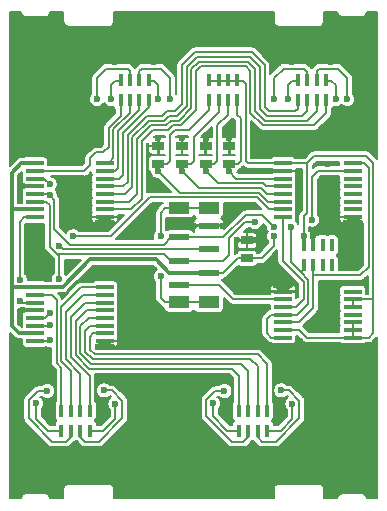
<source format=gbl>
G04 #@! TF.GenerationSoftware,KiCad,Pcbnew,(5.1.9)-1*
G04 #@! TF.CreationDate,2023-02-02T22:46:09+01:00*
G04 #@! TF.ProjectId,Leds,4c656473-2e6b-4696-9361-645f70636258,rev?*
G04 #@! TF.SameCoordinates,PXd59f80PYd59f80*
G04 #@! TF.FileFunction,Copper,L2,Bot*
G04 #@! TF.FilePolarity,Positive*
%FSLAX46Y46*%
G04 Gerber Fmt 4.6, Leading zero omitted, Abs format (unit mm)*
G04 Created by KiCad (PCBNEW (5.1.9)-1) date 2023-02-02 22:46:09*
%MOMM*%
%LPD*%
G01*
G04 APERTURE LIST*
G04 #@! TA.AperFunction,SMDPad,CuDef*
%ADD10R,1.000000X0.700000*%
G04 #@! TD*
G04 #@! TA.AperFunction,SMDPad,CuDef*
%ADD11R,1.800000X1.000000*%
G04 #@! TD*
G04 #@! TA.AperFunction,SMDPad,CuDef*
%ADD12R,1.800000X0.600000*%
G04 #@! TD*
G04 #@! TA.AperFunction,SMDPad,CuDef*
%ADD13R,1.500000X0.400000*%
G04 #@! TD*
G04 #@! TA.AperFunction,SMDPad,CuDef*
%ADD14R,0.400000X1.100000*%
G04 #@! TD*
G04 #@! TA.AperFunction,ViaPad*
%ADD15C,0.600000*%
G04 #@! TD*
G04 #@! TA.AperFunction,Conductor*
%ADD16C,0.200000*%
G04 #@! TD*
G04 #@! TA.AperFunction,Conductor*
%ADD17C,0.300000*%
G04 #@! TD*
G04 #@! TA.AperFunction,Conductor*
%ADD18C,0.150000*%
G04 #@! TD*
G04 #@! TA.AperFunction,Conductor*
%ADD19C,0.100000*%
G04 #@! TD*
G04 APERTURE END LIST*
D10*
X13000000Y-11750000D03*
X13000000Y-13250000D03*
X15000000Y-11750000D03*
X15000000Y-13250000D03*
X17000000Y-11750000D03*
X17000000Y-13250000D03*
X19000000Y-11750000D03*
X19000000Y-13250000D03*
X20500000Y-21250000D03*
X20500000Y-19750000D03*
D11*
X17250000Y-25000000D03*
X14750000Y-17000000D03*
X17250000Y-17000000D03*
X14750000Y-25000000D03*
D12*
X14750000Y-19500000D03*
X17250000Y-18500000D03*
X14750000Y-21500000D03*
X17250000Y-20500000D03*
X17250000Y-22500000D03*
X14750000Y-23500000D03*
D13*
X2550000Y-13210000D03*
X2550000Y-13860000D03*
X2550000Y-14510000D03*
X2550000Y-15160000D03*
X2550000Y-15810000D03*
X2550000Y-16460000D03*
X2550000Y-17110000D03*
X2550000Y-17760000D03*
X8450000Y-17760000D03*
X8450000Y-17110000D03*
X8450000Y-16460000D03*
X8450000Y-15810000D03*
X8450000Y-15160000D03*
X8450000Y-14510000D03*
X8450000Y-13860000D03*
X8450000Y-13210000D03*
X2550000Y-23710000D03*
X2550000Y-24360000D03*
X2550000Y-25010000D03*
X2550000Y-25660000D03*
X2550000Y-26310000D03*
X2550000Y-26960000D03*
X2550000Y-27610000D03*
X2550000Y-28260000D03*
X8450000Y-28260000D03*
X8450000Y-27610000D03*
X8450000Y-26960000D03*
X8450000Y-26310000D03*
X8450000Y-25660000D03*
X8450000Y-25010000D03*
X8450000Y-24360000D03*
X8450000Y-23710000D03*
X23550000Y-25375000D03*
X23550000Y-24725000D03*
X23550000Y-24075000D03*
X29450000Y-24075000D03*
X29450000Y-24725000D03*
X29450000Y-25375000D03*
X29450000Y-27975000D03*
X29450000Y-27325000D03*
X29450000Y-26675000D03*
X29450000Y-26025000D03*
X23550000Y-26025000D03*
X23550000Y-26675000D03*
X23550000Y-27325000D03*
X23550000Y-27975000D03*
X23550000Y-13210000D03*
X23550000Y-13860000D03*
X23550000Y-14510000D03*
X23550000Y-15160000D03*
X23550000Y-15810000D03*
X23550000Y-16460000D03*
X23550000Y-17110000D03*
X23550000Y-17760000D03*
X29450000Y-17760000D03*
X29450000Y-17110000D03*
X29450000Y-16460000D03*
X29450000Y-15810000D03*
X29450000Y-15160000D03*
X29450000Y-14510000D03*
X29450000Y-13860000D03*
X29450000Y-13210000D03*
D14*
X11400000Y-6150000D03*
X11400000Y-7850000D03*
X10600000Y-7850000D03*
X10600000Y-6150000D03*
X9800000Y-6150000D03*
X9800000Y-7850000D03*
X12200000Y-7850000D03*
X12200000Y-6150000D03*
X25600000Y-7850000D03*
X25600000Y-6150000D03*
X26400000Y-6150000D03*
X26400000Y-7850000D03*
X27200000Y-7850000D03*
X27200000Y-6150000D03*
X24800000Y-6150000D03*
X24800000Y-7850000D03*
X6400000Y-34150000D03*
X6400000Y-35850000D03*
X5600000Y-35850000D03*
X5600000Y-34150000D03*
X4800000Y-34150000D03*
X4800000Y-35850000D03*
X7200000Y-35850000D03*
X7200000Y-34150000D03*
X20600000Y-35850000D03*
X20600000Y-34150000D03*
X21400000Y-34150000D03*
X21400000Y-35850000D03*
X22200000Y-35850000D03*
X22200000Y-34150000D03*
X19800000Y-34150000D03*
X19800000Y-35850000D03*
X18100000Y-7850000D03*
X18100000Y-6150000D03*
X18900000Y-6150000D03*
X18900000Y-7850000D03*
X19700000Y-7850000D03*
X19700000Y-6150000D03*
X17300000Y-6150000D03*
X17300000Y-7850000D03*
X26900000Y-20150000D03*
X26900000Y-21850000D03*
X26100000Y-21850000D03*
X26100000Y-20150000D03*
X25300000Y-20150000D03*
X25300000Y-21850000D03*
X27700000Y-21850000D03*
X27700000Y-20150000D03*
D15*
X13000000Y-13900000D03*
X15000000Y-13900000D03*
X17000000Y-13900000D03*
X19000000Y-13900000D03*
X25300000Y-19400000D03*
X22800000Y-19400000D03*
X4600000Y-20200000D03*
X3800000Y-15000000D03*
X3799930Y-26900000D03*
X4600000Y-23000000D03*
X21200000Y-18200000D03*
X26000000Y-18000000D03*
X3800000Y-15900000D03*
X3799930Y-25900070D03*
X24200000Y-18600000D03*
X22800000Y-18600000D03*
X1250000Y-23060000D03*
X1250000Y-24850000D03*
X5800000Y-19400000D03*
X3799930Y-28200000D03*
X9000000Y-7800000D03*
X7800000Y-7800000D03*
X14000000Y-7800000D03*
X13000000Y-7800000D03*
X22800000Y-7800000D03*
X24000000Y-7800000D03*
X28000000Y-7800000D03*
X29000000Y-7800000D03*
X2650000Y-33550000D03*
X3600000Y-32500000D03*
X8400000Y-32450000D03*
X9350000Y-33600000D03*
X18600000Y-32500000D03*
X17650000Y-33550000D03*
X24350000Y-33600000D03*
X23400000Y-32450000D03*
X27400000Y-13250000D03*
X18700000Y-34150000D03*
X3700000Y-34150000D03*
X8300000Y-34150000D03*
X23300000Y-34150000D03*
X5900000Y-21600000D03*
X12150000Y-19400000D03*
X3000000Y-21000000D03*
X26600000Y-26100000D03*
X24350000Y-37400000D03*
X2650000Y-37400000D03*
X7650000Y-37400000D03*
X4350000Y-37400000D03*
X9350000Y-37400000D03*
X17650000Y-37400000D03*
X19350000Y-37400000D03*
X22650000Y-37400000D03*
X29350000Y-4600000D03*
X27650000Y-4600000D03*
X24350000Y-4600000D03*
X22650000Y-4600000D03*
X14350000Y-4600000D03*
X12650000Y-4600000D03*
X9350000Y-4600000D03*
X7650000Y-4600000D03*
X16050000Y-18500000D03*
X18450000Y-18500000D03*
X21300000Y-19750000D03*
X19700000Y-19750000D03*
X16950000Y-26950000D03*
X19500000Y-26950000D03*
X20100000Y-26950000D03*
X17550000Y-26950000D03*
X14450000Y-26950000D03*
X15050000Y-26950000D03*
X11900000Y-26950000D03*
X12500000Y-26950000D03*
X1500000Y-25650000D03*
X1500000Y-15150000D03*
X22950000Y-23550000D03*
X23550000Y-23550000D03*
X24150000Y-23550000D03*
X29500000Y-18250000D03*
X28900000Y-18250000D03*
X30100000Y-18250000D03*
X9050000Y-18250000D03*
X8450000Y-18250000D03*
X7850000Y-18250000D03*
X19000000Y-11100000D03*
X17000000Y-11150000D03*
X15000000Y-11100000D03*
X13000000Y-11100000D03*
X22500000Y-13860000D03*
X26100000Y-19400000D03*
X7850000Y-28750000D03*
X8450000Y-28750000D03*
X9050000Y-28750000D03*
X13200000Y-22800000D03*
X13200000Y-19400000D03*
D16*
X23550000Y-16460000D02*
X22260000Y-16460000D01*
X22260000Y-16460000D02*
X21510030Y-15710030D01*
X14810030Y-15710030D02*
X13000000Y-13900000D01*
X21510030Y-15710030D02*
X14810030Y-15710030D01*
X13000000Y-13900000D02*
X13000000Y-13250000D01*
X17300000Y-8700000D02*
X17300000Y-7750000D01*
X15599960Y-10400040D02*
X17300000Y-8700000D01*
X14399960Y-10400040D02*
X15599960Y-10400040D01*
X14000000Y-10800000D02*
X14399960Y-10400040D01*
X14000000Y-13000000D02*
X14000000Y-10800000D01*
X13750000Y-13250000D02*
X14000000Y-13000000D01*
X13000000Y-13250000D02*
X13750000Y-13250000D01*
X16410020Y-15310020D02*
X15000000Y-13900000D01*
X21675718Y-15310020D02*
X16410020Y-15310020D01*
X22175698Y-15810000D02*
X21675718Y-15310020D01*
X23550000Y-15810000D02*
X22175698Y-15810000D01*
X15000000Y-13900000D02*
X15000000Y-13250000D01*
X15000000Y-13250000D02*
X15750000Y-13250000D01*
X15750000Y-13250000D02*
X16000000Y-13000000D01*
X16000000Y-13000000D02*
X16000000Y-11000000D01*
X18100000Y-8900000D02*
X18100000Y-7750000D01*
X16000000Y-11000000D02*
X18100000Y-8900000D01*
X18010010Y-14910010D02*
X17000000Y-13900000D01*
X21841406Y-14910010D02*
X18010010Y-14910010D01*
X22091396Y-15160000D02*
X21841406Y-14910010D01*
X23550000Y-15160000D02*
X22091396Y-15160000D01*
X17000000Y-13900000D02*
X17000000Y-13250000D01*
X17000000Y-13250000D02*
X17750000Y-13250000D01*
X17750000Y-13250000D02*
X18000000Y-13000000D01*
X18000000Y-13000000D02*
X18000000Y-10000000D01*
X18900000Y-9100000D02*
X18900000Y-7750000D01*
X18000000Y-10000000D02*
X18900000Y-9100000D01*
X19610000Y-14510000D02*
X19000000Y-13900000D01*
X23550000Y-14510000D02*
X19610000Y-14510000D01*
X19000000Y-13900000D02*
X19000000Y-13250000D01*
X19000000Y-13250000D02*
X19750000Y-13250000D01*
X19750000Y-13250000D02*
X20000000Y-13000000D01*
X20000000Y-13000000D02*
X20000000Y-9400000D01*
X19700000Y-9100000D02*
X19700000Y-7750000D01*
X20000000Y-9400000D02*
X19700000Y-9100000D01*
D17*
X2550000Y-13210000D02*
X1390000Y-13210000D01*
X1390000Y-13210000D02*
X600000Y-14000000D01*
X1210000Y-27610000D02*
X2550000Y-27610000D01*
X600000Y-27000000D02*
X1210000Y-27610000D01*
X690000Y-23710000D02*
X600000Y-23800000D01*
X2550000Y-23710000D02*
X690000Y-23710000D01*
X600000Y-23800000D02*
X600000Y-27000000D01*
X690000Y-17110000D02*
X600000Y-17200000D01*
X2550000Y-17110000D02*
X690000Y-17110000D01*
X600000Y-17200000D02*
X600000Y-23800000D01*
X600000Y-14000000D02*
X600000Y-17200000D01*
D16*
X25300000Y-19400000D02*
X25300000Y-20250000D01*
D17*
X13919998Y-22500000D02*
X12770018Y-21350020D01*
X17250000Y-22500000D02*
X13919998Y-22500000D01*
X12770018Y-21350020D02*
X7249980Y-21350020D01*
X7249980Y-21350020D02*
X4890000Y-23710000D01*
X2550000Y-23710000D02*
X4890000Y-23710000D01*
D16*
X23550000Y-13210000D02*
X20610000Y-13210000D01*
X20610000Y-13210000D02*
X20400000Y-13000000D01*
X20400000Y-9097097D02*
X20399990Y-9097087D01*
X20400000Y-13000000D02*
X20400000Y-9097097D01*
X29450000Y-26675000D02*
X29450000Y-27975000D01*
X25300000Y-19400000D02*
X25300000Y-18700000D01*
X29450000Y-25375000D02*
X29450000Y-24725000D01*
X17250000Y-22500000D02*
X18500000Y-22500000D01*
X19750000Y-21250000D02*
X20500000Y-21250000D01*
X18500000Y-22500000D02*
X19750000Y-21250000D01*
X21750000Y-21250000D02*
X22800000Y-20200000D01*
X20500000Y-21250000D02*
X21750000Y-21250000D01*
X22800000Y-20200000D02*
X22800000Y-19400000D01*
X25300000Y-18700000D02*
X25300000Y-17700000D01*
X25300000Y-17700000D02*
X25599990Y-17400010D01*
X25599990Y-17400010D02*
X25599990Y-13799990D01*
X30600000Y-12600000D02*
X31200010Y-13200010D01*
X31200010Y-21400010D02*
X31200000Y-21400020D01*
X31200010Y-13200010D02*
X31200010Y-21400010D01*
X30825000Y-27975000D02*
X29450000Y-27975000D01*
X31200000Y-27600000D02*
X30825000Y-27975000D01*
X31125000Y-24725000D02*
X31200000Y-24800000D01*
X29450000Y-24725000D02*
X31125000Y-24725000D01*
X31200000Y-24800000D02*
X31200000Y-27600000D01*
X31200000Y-21400020D02*
X31200000Y-24800000D01*
X25575000Y-27975000D02*
X24925000Y-27325000D01*
X29450000Y-27975000D02*
X25575000Y-27975000D01*
X23550000Y-27325000D02*
X24925000Y-27325000D01*
X25590000Y-13210000D02*
X25599990Y-13200010D01*
X23550000Y-13210000D02*
X25590000Y-13210000D01*
X25599990Y-13799990D02*
X25599990Y-13200010D01*
X25599990Y-13200010D02*
X26200000Y-12600000D01*
X26200000Y-12600000D02*
X30600000Y-12600000D01*
X20400000Y-13000000D02*
X20400000Y-6500000D01*
X20150000Y-6250000D02*
X19700000Y-6250000D01*
X20400000Y-6500000D02*
X20150000Y-6250000D01*
X19700000Y-6250000D02*
X18900000Y-6250000D01*
X18100000Y-6250000D02*
X18900000Y-6250000D01*
X18100000Y-6250000D02*
X17300000Y-6250000D01*
X23550000Y-24725000D02*
X19325000Y-24725000D01*
X18100000Y-23500000D02*
X14750000Y-23500000D01*
X19325000Y-24725000D02*
X18100000Y-23500000D01*
X4900000Y-20500000D02*
X4600000Y-20200000D01*
X17250000Y-20500000D02*
X4900000Y-20500000D01*
X3310000Y-14510000D02*
X2550000Y-14510000D01*
X3800000Y-15000000D02*
X3310000Y-14510000D01*
X3500000Y-16460000D02*
X3800000Y-16760000D01*
X2550000Y-16460000D02*
X3500000Y-16460000D01*
X3739930Y-26960000D02*
X3799930Y-26900000D01*
X2550000Y-26960000D02*
X3739930Y-26960000D01*
X14750000Y-21500000D02*
X14100000Y-21500000D01*
X14100000Y-21500000D02*
X13500010Y-20900010D01*
X3800000Y-20288002D02*
X3800000Y-16760000D01*
X4412008Y-20900010D02*
X3800000Y-20288002D01*
X4600000Y-21000020D02*
X4499990Y-20900010D01*
X4499990Y-20900010D02*
X4412008Y-20900010D01*
X4600000Y-21088002D02*
X3800000Y-20288002D01*
X4600000Y-23000000D02*
X4600000Y-21088002D01*
X4600000Y-23000000D02*
X4600000Y-21000020D01*
X13500010Y-20900010D02*
X4499990Y-20900010D01*
X14750000Y-21500000D02*
X18500000Y-21500000D01*
X18500000Y-21500000D02*
X19000000Y-21000000D01*
X19000000Y-21000000D02*
X19000000Y-19565698D01*
X20365698Y-18200000D02*
X21200000Y-18200000D01*
X19000000Y-19565698D02*
X20365698Y-18200000D01*
X26000000Y-14400000D02*
X26540000Y-13860000D01*
X26000000Y-18000000D02*
X26000000Y-14400000D01*
X26540000Y-13860000D02*
X29450000Y-13860000D01*
X3710000Y-15810000D02*
X3800000Y-15900000D01*
X2550000Y-15810000D02*
X3710000Y-15810000D01*
X3390000Y-26310000D02*
X3799930Y-25900070D01*
X2550000Y-26310000D02*
X3390000Y-26310000D01*
X4200000Y-16300000D02*
X3800000Y-15900000D01*
X14750000Y-19500000D02*
X14100000Y-19500000D01*
X14100000Y-19500000D02*
X13500010Y-20099990D01*
X13500010Y-20099990D02*
X7100010Y-20099990D01*
X7100010Y-20099990D02*
X6200000Y-20099990D01*
X5499990Y-20099990D02*
X4200000Y-18800000D01*
X7100010Y-20099990D02*
X5499990Y-20099990D01*
X4200000Y-18800000D02*
X4200000Y-16300000D01*
X23550000Y-26025000D02*
X22575000Y-26025000D01*
X22575000Y-26025000D02*
X22200000Y-26400000D01*
X22200000Y-26400000D02*
X22200000Y-27600000D01*
X22575000Y-27975000D02*
X23550000Y-27975000D01*
X22200000Y-27600000D02*
X22575000Y-27975000D01*
X18500000Y-19500000D02*
X14750000Y-19500000D01*
X20400000Y-17600000D02*
X18500000Y-19500000D01*
X21800000Y-17600000D02*
X20400000Y-17600000D01*
X22800000Y-18600000D02*
X21800000Y-17600000D01*
X24775000Y-26025000D02*
X25699990Y-25100010D01*
X23550000Y-26025000D02*
X24775000Y-26025000D01*
X25300000Y-21750000D02*
X25300000Y-21500000D01*
X24200000Y-18600000D02*
X24200000Y-21584302D01*
X25699990Y-23084291D02*
X25699990Y-25100010D01*
X25300000Y-22200000D02*
X25057850Y-22442150D01*
X25300000Y-21850000D02*
X25300000Y-22200000D01*
X25057850Y-22442150D02*
X25699990Y-23084291D01*
X24200000Y-21584302D02*
X25057850Y-22442150D01*
X9200000Y-12800000D02*
X9199992Y-12799992D01*
X8790000Y-13210000D02*
X9200000Y-12800000D01*
X8450000Y-13210000D02*
X8790000Y-13210000D01*
X9199992Y-12799992D02*
X9199992Y-10355815D01*
X10600000Y-8955807D02*
X10600000Y-7850000D01*
X9199992Y-10355815D02*
X10600000Y-8955807D01*
X8450000Y-13860000D02*
X9340000Y-13860000D01*
X9340000Y-13860000D02*
X9600000Y-13600000D01*
X11400000Y-8721506D02*
X11400000Y-7850000D01*
X9600000Y-10521505D02*
X11400000Y-8721506D01*
X9600000Y-13600000D02*
X9600000Y-10521505D01*
X9690000Y-14510000D02*
X10000010Y-14199990D01*
X8450000Y-14510000D02*
X9690000Y-14510000D01*
X12200000Y-8487204D02*
X12200000Y-7850000D01*
X10000010Y-10687194D02*
X12200000Y-8487204D01*
X10000010Y-14199990D02*
X10000010Y-10687194D01*
X24800000Y-8600000D02*
X24800000Y-7750000D01*
X24600010Y-8799990D02*
X24800000Y-8600000D01*
X10040000Y-15160000D02*
X10400020Y-14799980D01*
X8450000Y-15160000D02*
X10040000Y-15160000D01*
X14999972Y-8200028D02*
X14999972Y-4902932D01*
X14400000Y-8800000D02*
X14999972Y-8200028D01*
X22000030Y-8434332D02*
X22365688Y-8799990D01*
X22365688Y-8799990D02*
X24600010Y-8799990D01*
X22000030Y-4902933D02*
X22000030Y-8434332D01*
X20897067Y-3799970D02*
X22000030Y-4902933D01*
X16102933Y-3799970D02*
X20897067Y-3799970D01*
X14999972Y-4902932D02*
X16102933Y-3799970D01*
X13737208Y-8800000D02*
X14400000Y-8800000D01*
X13337238Y-9199970D02*
X13737208Y-8800000D01*
X12052933Y-9199970D02*
X13337238Y-9199970D01*
X10400020Y-10852883D02*
X12052933Y-9199970D01*
X10400020Y-14799980D02*
X10400020Y-10852883D01*
X8450000Y-15810000D02*
X10190000Y-15810000D01*
X10190000Y-15810000D02*
X10800030Y-15199970D01*
X15399982Y-8365717D02*
X15399982Y-5068621D01*
X21600020Y-5068622D02*
X21600020Y-8600020D01*
X21600020Y-8600020D02*
X22200000Y-9200000D01*
X22200000Y-9200000D02*
X25200000Y-9200000D01*
X25200000Y-9200000D02*
X25600000Y-8800000D01*
X25600000Y-8800000D02*
X25600000Y-7750000D01*
X20731378Y-4199980D02*
X21600020Y-5068622D01*
X16268622Y-4199980D02*
X20731378Y-4199980D01*
X15399983Y-5068620D02*
X16268622Y-4199980D01*
X14565689Y-9200010D02*
X15399982Y-8365717D01*
X15399982Y-8365717D02*
X15399983Y-5068620D01*
X13902896Y-9200010D02*
X14565689Y-9200010D01*
X13502926Y-9599980D02*
X13902896Y-9200010D01*
X12218622Y-9599980D02*
X13502926Y-9599980D01*
X10800030Y-11018572D02*
X12218622Y-9599980D01*
X10800030Y-15199970D02*
X10800030Y-11018572D01*
X26400000Y-8800000D02*
X26400000Y-7750000D01*
X25600000Y-9600000D02*
X26400000Y-8800000D01*
X22034301Y-9600000D02*
X25600000Y-9600000D01*
X21200010Y-8765709D02*
X22034301Y-9600000D01*
X8450000Y-16460000D02*
X10540000Y-16460000D01*
X10540000Y-16460000D02*
X11200040Y-15799960D01*
X13668614Y-9999990D02*
X14068584Y-9600020D01*
X20565689Y-4599990D02*
X21200010Y-5234311D01*
X14068584Y-9600020D02*
X14731378Y-9600020D01*
X14731378Y-9600020D02*
X15799992Y-8531406D01*
X21200010Y-5234311D02*
X21200010Y-8765709D01*
X15799992Y-8531406D02*
X15799992Y-5234310D01*
X15799992Y-5234310D02*
X16434311Y-4599990D01*
X16434311Y-4599990D02*
X20565689Y-4599990D01*
X12384311Y-9999990D02*
X13668614Y-9999990D01*
X11200040Y-11184261D02*
X12384311Y-9999990D01*
X11200040Y-15799960D02*
X11200040Y-11184261D01*
X20800000Y-5400000D02*
X20800000Y-8931398D01*
X20400000Y-5000000D02*
X20800000Y-5400000D01*
X16600000Y-5000000D02*
X20400000Y-5000000D01*
X16200000Y-5400000D02*
X16600000Y-5000000D01*
X20800000Y-8931398D02*
X21868602Y-10000000D01*
X8450000Y-17110000D02*
X10690000Y-17110000D01*
X14897067Y-10000030D02*
X16200000Y-8697097D01*
X10690000Y-17110000D02*
X11600050Y-16199950D01*
X16200000Y-8697097D02*
X16200000Y-5400000D01*
X21868602Y-10000000D02*
X26200000Y-10000000D01*
X26200000Y-10000000D02*
X27200000Y-9000000D01*
X27200000Y-9000000D02*
X27200000Y-7750000D01*
X14234272Y-10000030D02*
X14897067Y-10000030D01*
X13834302Y-10400000D02*
X14234272Y-10000030D01*
X11600050Y-11349950D02*
X12550000Y-10400000D01*
X11600050Y-16199950D02*
X11600050Y-11349950D01*
X12550000Y-10400000D02*
X13834302Y-10400000D01*
X1250000Y-23060000D02*
X1250000Y-18150000D01*
X1640000Y-17760000D02*
X2550000Y-17760000D01*
X1250000Y-18150000D02*
X1640000Y-17760000D01*
X1410000Y-25010000D02*
X1250000Y-24850000D01*
X2550000Y-25010000D02*
X1410000Y-25010000D01*
X2550000Y-13860000D02*
X4774302Y-13860000D01*
X8300000Y-12300000D02*
X8799982Y-11800018D01*
X7700000Y-12300000D02*
X8300000Y-12300000D01*
X7200000Y-12800000D02*
X7700000Y-12300000D01*
X7200000Y-13400000D02*
X7200000Y-12800000D01*
X6740000Y-13860000D02*
X7200000Y-13400000D01*
X2550000Y-13860000D02*
X6740000Y-13860000D01*
X9800000Y-9190109D02*
X9800000Y-7850000D01*
X8799982Y-10190126D02*
X9800000Y-9190109D01*
X8799982Y-11800018D02*
X8799982Y-10190126D01*
X5600000Y-30782195D02*
X4799940Y-29982136D01*
X5600000Y-33250000D02*
X5600000Y-30782195D01*
X4799940Y-29982136D02*
X4799940Y-25400060D01*
X6490000Y-23710000D02*
X8450000Y-23710000D01*
X4799940Y-25400060D02*
X6490000Y-23710000D01*
X5600000Y-33400000D02*
X5600000Y-34250000D01*
X5600000Y-30782195D02*
X5600000Y-33400000D01*
X6400000Y-31016496D02*
X6400000Y-33250000D01*
X5199950Y-29816447D02*
X6400000Y-31016496D01*
X5199950Y-25800050D02*
X5199950Y-29816447D01*
X6640000Y-24360000D02*
X5199950Y-25800050D01*
X8450000Y-24360000D02*
X6640000Y-24360000D01*
X6400000Y-33140000D02*
X6400000Y-34250000D01*
X6400000Y-31016496D02*
X6400000Y-33140000D01*
X8450000Y-25010000D02*
X6790000Y-25010000D01*
X6790000Y-25010000D02*
X5599960Y-26200040D01*
X5599960Y-29650758D02*
X7200000Y-31250798D01*
X5599960Y-26200040D02*
X5599960Y-29650758D01*
X7200000Y-31250798D02*
X7200000Y-33250000D01*
X7200000Y-34250000D02*
X7200000Y-31250798D01*
X5999970Y-29485069D02*
X7114931Y-30600030D01*
X7114931Y-30600030D02*
X19200030Y-30600030D01*
X19800000Y-31200000D02*
X19800000Y-33250000D01*
X19200030Y-30600030D02*
X19800000Y-31200000D01*
X5999970Y-29485069D02*
X5999970Y-26600030D01*
X6940000Y-25660000D02*
X8450000Y-25660000D01*
X5999970Y-26600030D02*
X6940000Y-25660000D01*
X19800000Y-33250000D02*
X19800000Y-34250000D01*
X6399980Y-29319380D02*
X7280620Y-30200020D01*
X7280620Y-30200020D02*
X20000020Y-30200020D01*
X20600000Y-30800000D02*
X20600000Y-33250000D01*
X20000020Y-30200020D02*
X20600000Y-30800000D01*
X6399980Y-29319380D02*
X6399980Y-27000020D01*
X7090000Y-26310000D02*
X8450000Y-26310000D01*
X6399980Y-27000020D02*
X7090000Y-26310000D01*
X20600000Y-33250000D02*
X20600000Y-34250000D01*
X6799990Y-29153691D02*
X7446309Y-29800010D01*
X7446309Y-29800010D02*
X20800010Y-29800010D01*
X21400000Y-30400000D02*
X21400000Y-33250000D01*
X20800010Y-29800010D02*
X21400000Y-30400000D01*
X6799990Y-29153691D02*
X6799990Y-27400010D01*
X7240000Y-26960000D02*
X8450000Y-26960000D01*
X6799990Y-27400010D02*
X7240000Y-26960000D01*
X21400000Y-33250000D02*
X21400000Y-34250000D01*
X7500000Y-27610000D02*
X7200000Y-27910000D01*
X8450000Y-27610000D02*
X7500000Y-27610000D01*
X7200000Y-28988002D02*
X7611998Y-29400000D01*
X7200000Y-27910000D02*
X7200000Y-28988002D01*
X7611998Y-29400000D02*
X21400000Y-29400000D01*
X22200000Y-30200000D02*
X22200000Y-33250000D01*
X21400000Y-29400000D02*
X22200000Y-30200000D01*
X22200000Y-33250000D02*
X22200000Y-34250000D01*
X23550000Y-17110000D02*
X22344302Y-17110000D01*
X22344302Y-17110000D02*
X21344342Y-16110040D01*
X13910040Y-16110040D02*
X12255658Y-16110040D01*
X21344342Y-16110040D02*
X13910040Y-16110040D01*
X13910040Y-16110040D02*
X12289960Y-16110040D01*
X8965698Y-19400000D02*
X5800000Y-19400000D01*
X12255658Y-16110040D02*
X8965698Y-19400000D01*
X3739930Y-28260000D02*
X3799930Y-28200000D01*
X2550000Y-28260000D02*
X3739930Y-28260000D01*
X4800000Y-30547894D02*
X4399930Y-30147825D01*
X4800000Y-34250000D02*
X4800000Y-30547894D01*
X4399930Y-30147825D02*
X4399930Y-24799930D01*
X3960000Y-24360000D02*
X2550000Y-24360000D01*
X4399930Y-24799930D02*
X3960000Y-24360000D01*
X24925000Y-26675000D02*
X23550000Y-26675000D01*
X26100000Y-25500000D02*
X24925000Y-26675000D01*
X26100000Y-22700000D02*
X30100000Y-22700000D01*
X26100000Y-21750000D02*
X26100000Y-22700000D01*
X26100000Y-22700000D02*
X26100000Y-25500000D01*
X30100000Y-22700000D02*
X30800000Y-22000000D01*
X30410000Y-13210000D02*
X30800000Y-13600000D01*
X29450000Y-13210000D02*
X30410000Y-13210000D01*
X30800000Y-22000000D02*
X30800000Y-13600000D01*
X24624960Y-25375000D02*
X25299980Y-24699980D01*
X23550000Y-25375000D02*
X24624960Y-25375000D01*
X25299980Y-24699980D02*
X25299980Y-23249980D01*
X23550000Y-21500000D02*
X23550000Y-17760000D01*
X25299980Y-23249980D02*
X23550000Y-21500000D01*
X9800000Y-6250000D02*
X9350000Y-6250000D01*
X9000000Y-6600000D02*
X9000000Y-7800000D01*
X9350000Y-6250000D02*
X9000000Y-6600000D01*
X7800000Y-7800000D02*
X7800000Y-6000000D01*
X10600000Y-6150000D02*
X10600000Y-5400000D01*
X8599999Y-5200001D02*
X7800000Y-6000000D01*
X10400001Y-5200001D02*
X8599999Y-5200001D01*
X10600000Y-5400000D02*
X10400001Y-5200001D01*
X14000000Y-6000000D02*
X14000000Y-7800000D01*
X11400000Y-6150000D02*
X11400000Y-5400000D01*
X11400000Y-5400000D02*
X11600000Y-5200000D01*
X13200000Y-5200000D02*
X14000000Y-6000000D01*
X11600000Y-5200000D02*
X13200000Y-5200000D01*
X12200000Y-6250000D02*
X12650000Y-6250000D01*
X13000000Y-6600000D02*
X13000000Y-7800000D01*
X12650000Y-6250000D02*
X13000000Y-6600000D01*
X22800000Y-7800000D02*
X22800000Y-6000000D01*
X25600000Y-6150000D02*
X25600000Y-5450000D01*
X25600000Y-5450000D02*
X25350000Y-5200000D01*
X23600000Y-5200000D02*
X22800000Y-6000000D01*
X25350000Y-5200000D02*
X23600000Y-5200000D01*
X24800000Y-6250000D02*
X24350000Y-6250000D01*
X24000000Y-6600000D02*
X24000000Y-7800000D01*
X24350000Y-6250000D02*
X24000000Y-6600000D01*
X27200000Y-6250000D02*
X27650000Y-6250000D01*
X28000000Y-6600000D02*
X28000000Y-7800000D01*
X27650000Y-6250000D02*
X28000000Y-6600000D01*
X29000000Y-6000000D02*
X29000000Y-7800000D01*
X26400000Y-6150000D02*
X26400000Y-5400000D01*
X26400000Y-5400000D02*
X26600000Y-5200000D01*
X28200000Y-5200000D02*
X29000000Y-6000000D01*
X26600000Y-5200000D02*
X28200000Y-5200000D01*
X2650000Y-34850000D02*
X2650000Y-33550000D01*
X3650000Y-35850000D02*
X2650000Y-34850000D01*
X4800000Y-35850000D02*
X3650000Y-35850000D01*
X5600000Y-35750000D02*
X5600000Y-36400000D01*
X5600000Y-36400000D02*
X5200000Y-36800000D01*
X5200000Y-36800000D02*
X4034302Y-36800000D01*
X2811998Y-32500000D02*
X3600000Y-32500000D01*
X2049999Y-33261999D02*
X2811998Y-32500000D01*
X2049999Y-34815697D02*
X2049999Y-33261999D01*
X4034302Y-36800000D02*
X2049999Y-34815697D01*
X6400000Y-35750000D02*
X6400000Y-36400000D01*
X6400000Y-36400000D02*
X6800000Y-36800000D01*
X9088002Y-32450000D02*
X8400000Y-32450000D01*
X9950001Y-33311999D02*
X9088002Y-32450000D01*
X9950001Y-34815697D02*
X9950001Y-33311999D01*
X7965698Y-36800000D02*
X9950001Y-34815697D01*
X6800000Y-36800000D02*
X7965698Y-36800000D01*
X9350000Y-34850000D02*
X9350000Y-33600000D01*
X8350000Y-35850000D02*
X9350000Y-34850000D01*
X7200000Y-35850000D02*
X8350000Y-35850000D01*
X20600000Y-35750000D02*
X20600000Y-36400000D01*
X20600000Y-36400000D02*
X20200000Y-36800000D01*
X17811998Y-32500000D02*
X18600000Y-32500000D01*
X17049999Y-33261999D02*
X17811998Y-32500000D01*
X17049999Y-34615698D02*
X17049999Y-33261999D01*
X19234301Y-36800000D02*
X17049999Y-34615698D01*
X20200000Y-36800000D02*
X19234301Y-36800000D01*
X17650000Y-33550000D02*
X17650000Y-34650000D01*
X18850000Y-35850000D02*
X17650000Y-34650000D01*
X19800000Y-35850000D02*
X18850000Y-35850000D01*
X24350000Y-33600000D02*
X24350000Y-34850000D01*
X23350000Y-35850000D02*
X24350000Y-34850000D01*
X22200000Y-35850000D02*
X23350000Y-35850000D01*
X21400000Y-36425000D02*
X21775000Y-36800000D01*
X21400000Y-35750000D02*
X21400000Y-36425000D01*
X24088002Y-32450000D02*
X23400000Y-32450000D01*
X24950001Y-33311999D02*
X24088002Y-32450000D01*
X24950001Y-34815697D02*
X24950001Y-33311999D01*
X22965698Y-36800000D02*
X24950001Y-34815697D01*
X21775000Y-36800000D02*
X22965698Y-36800000D01*
X26100000Y-20250000D02*
X26100000Y-19400000D01*
D17*
X23475000Y-24075000D02*
X22950000Y-23550000D01*
X23550000Y-24075000D02*
X23475000Y-24075000D01*
X23625000Y-24075000D02*
X24150000Y-23550000D01*
X23550000Y-24075000D02*
X23625000Y-24075000D01*
X23550000Y-23550000D02*
X23550000Y-24075000D01*
X22950000Y-23550000D02*
X24150000Y-23550000D01*
X29610000Y-17760000D02*
X30100000Y-18250000D01*
X29450000Y-17760000D02*
X29610000Y-17760000D01*
X29390000Y-17760000D02*
X28900000Y-18250000D01*
X29450000Y-17760000D02*
X29390000Y-17760000D01*
X28900000Y-18250000D02*
X30100000Y-18250000D01*
X9050000Y-18250000D02*
X7850000Y-18250000D01*
X8340000Y-17760000D02*
X7850000Y-18250000D01*
X8450000Y-17760000D02*
X8340000Y-17760000D01*
X8560000Y-17760000D02*
X9050000Y-18250000D01*
X8450000Y-17760000D02*
X8560000Y-17760000D01*
X8450000Y-18250000D02*
X8450000Y-17760000D01*
X8340000Y-28260000D02*
X7850000Y-28750000D01*
X8450000Y-28260000D02*
X8340000Y-28260000D01*
X7850000Y-28750000D02*
X9050000Y-28750000D01*
X8560000Y-28260000D02*
X9050000Y-28750000D01*
X8450000Y-28260000D02*
X8560000Y-28260000D01*
D16*
X15000000Y-11750000D02*
X15000000Y-11100000D01*
X17000000Y-11150000D02*
X17000000Y-11750000D01*
X19000000Y-11100000D02*
X19000000Y-11750000D01*
X1510000Y-25660000D02*
X1500000Y-25650000D01*
X2550000Y-25660000D02*
X1510000Y-25660000D01*
X1510000Y-15160000D02*
X1500000Y-15150000D01*
X2550000Y-15160000D02*
X1510000Y-15160000D01*
X23550000Y-13860000D02*
X22500000Y-13860000D01*
X16050000Y-18500000D02*
X18450000Y-18500000D01*
X19700000Y-19750000D02*
X21300000Y-19750000D01*
X13000000Y-11100000D02*
X13000000Y-11750000D01*
X14750000Y-25000000D02*
X17250000Y-25000000D01*
X14750000Y-17000000D02*
X17250000Y-17000000D01*
X13200000Y-17400000D02*
X13600000Y-17000000D01*
X13200000Y-19400000D02*
X13200000Y-17400000D01*
X13600000Y-17000000D02*
X14750000Y-17000000D01*
X13200000Y-22800000D02*
X13200000Y-24600000D01*
X13600000Y-25000000D02*
X14750000Y-25000000D01*
X13200000Y-24600000D02*
X13600000Y-25000000D01*
D18*
X12879723Y-22202187D02*
X12769713Y-22275693D01*
X12675693Y-22369713D01*
X12601823Y-22480268D01*
X12550940Y-22603110D01*
X12525000Y-22733518D01*
X12525000Y-22866482D01*
X12550940Y-22996890D01*
X12601823Y-23119732D01*
X12675693Y-23230287D01*
X12725000Y-23279594D01*
X12725001Y-24576658D01*
X12722702Y-24600000D01*
X12731873Y-24693116D01*
X12752924Y-24762510D01*
X12759035Y-24782654D01*
X12803142Y-24865173D01*
X12862500Y-24937501D01*
X12880629Y-24952379D01*
X13247620Y-25319371D01*
X13262499Y-25337501D01*
X13334827Y-25396859D01*
X13417346Y-25440966D01*
X13473186Y-25457905D01*
X13473186Y-25500000D01*
X13480426Y-25573513D01*
X13501869Y-25644200D01*
X13536691Y-25709347D01*
X13583552Y-25766448D01*
X13640653Y-25813309D01*
X13705800Y-25848131D01*
X13776487Y-25869574D01*
X13850000Y-25876814D01*
X15650000Y-25876814D01*
X15723513Y-25869574D01*
X15794200Y-25848131D01*
X15859347Y-25813309D01*
X15916448Y-25766448D01*
X15963309Y-25709347D01*
X15998131Y-25644200D01*
X16000000Y-25638039D01*
X16001869Y-25644200D01*
X16036691Y-25709347D01*
X16083552Y-25766448D01*
X16140653Y-25813309D01*
X16205800Y-25848131D01*
X16276487Y-25869574D01*
X16350000Y-25876814D01*
X18150000Y-25876814D01*
X18223513Y-25869574D01*
X18294200Y-25848131D01*
X18359347Y-25813309D01*
X18416448Y-25766448D01*
X18463309Y-25709347D01*
X18498131Y-25644200D01*
X18519574Y-25573513D01*
X18526814Y-25500000D01*
X18526814Y-24598565D01*
X18972625Y-25044377D01*
X18987499Y-25062501D01*
X19005622Y-25077374D01*
X19059827Y-25121859D01*
X19142346Y-25165966D01*
X19231884Y-25193127D01*
X19325000Y-25202298D01*
X19348332Y-25200000D01*
X22423186Y-25200000D01*
X22423186Y-25574679D01*
X22392346Y-25584034D01*
X22309827Y-25628141D01*
X22237499Y-25687499D01*
X22222620Y-25705629D01*
X21880634Y-26047616D01*
X21862499Y-26062499D01*
X21803141Y-26134827D01*
X21759034Y-26217347D01*
X21748844Y-26250940D01*
X21731873Y-26306884D01*
X21722702Y-26400000D01*
X21725000Y-26423333D01*
X21725001Y-27576658D01*
X21722702Y-27600000D01*
X21731873Y-27693116D01*
X21749852Y-27752383D01*
X21759035Y-27782654D01*
X21803142Y-27865173D01*
X21862500Y-27937501D01*
X21880629Y-27952379D01*
X22222620Y-28294371D01*
X22237499Y-28312501D01*
X22309827Y-28371859D01*
X22392346Y-28415966D01*
X22454722Y-28434888D01*
X22481883Y-28443127D01*
X22542923Y-28449139D01*
X22590653Y-28488309D01*
X22655800Y-28523131D01*
X22726487Y-28544574D01*
X22800000Y-28551814D01*
X24300000Y-28551814D01*
X24373513Y-28544574D01*
X24444200Y-28523131D01*
X24509347Y-28488309D01*
X24566448Y-28441448D01*
X24613309Y-28384347D01*
X24648131Y-28319200D01*
X24669574Y-28248513D01*
X24676814Y-28175000D01*
X24676814Y-27800000D01*
X24728250Y-27800000D01*
X25222625Y-28294377D01*
X25237499Y-28312501D01*
X25309827Y-28371859D01*
X25338712Y-28387298D01*
X25392345Y-28415966D01*
X25481884Y-28443127D01*
X25575000Y-28452298D01*
X25598332Y-28450000D01*
X28443973Y-28450000D01*
X28490653Y-28488309D01*
X28555800Y-28523131D01*
X28626487Y-28544574D01*
X28700000Y-28551814D01*
X30200000Y-28551814D01*
X30273513Y-28544574D01*
X30344200Y-28523131D01*
X30409347Y-28488309D01*
X30456027Y-28450000D01*
X30801668Y-28450000D01*
X30825000Y-28452298D01*
X30848332Y-28450000D01*
X30918116Y-28443127D01*
X31007654Y-28415966D01*
X31090173Y-28371859D01*
X31162501Y-28312501D01*
X31177384Y-28294366D01*
X31519371Y-27952380D01*
X31537501Y-27937501D01*
X31550000Y-27922271D01*
X31550000Y-41550000D01*
X30647253Y-41550000D01*
X30645852Y-41535773D01*
X30643489Y-41511785D01*
X30617757Y-41426959D01*
X30575971Y-41348784D01*
X30519737Y-41280263D01*
X30518077Y-41278901D01*
X30451216Y-41224029D01*
X30373041Y-41182243D01*
X30288215Y-41156511D01*
X30222105Y-41150000D01*
X30222104Y-41150000D01*
X30200000Y-41147823D01*
X30177895Y-41150000D01*
X28622104Y-41150000D01*
X28600000Y-41147823D01*
X28577895Y-41150000D01*
X28511785Y-41156511D01*
X28426959Y-41182243D01*
X28348784Y-41224029D01*
X28280263Y-41280263D01*
X28224029Y-41348784D01*
X28182243Y-41426959D01*
X28156511Y-41511785D01*
X28152747Y-41550000D01*
X27050000Y-41550000D01*
X27050000Y-40822105D01*
X27052177Y-40800000D01*
X27043489Y-40711785D01*
X27017757Y-40626959D01*
X26975971Y-40548784D01*
X26919737Y-40480263D01*
X26851216Y-40424029D01*
X26773041Y-40382243D01*
X26688215Y-40356511D01*
X26622105Y-40350000D01*
X26622104Y-40350000D01*
X26600000Y-40347823D01*
X26577895Y-40350000D01*
X23222105Y-40350000D01*
X23200000Y-40347823D01*
X23177896Y-40350000D01*
X23177895Y-40350000D01*
X23111785Y-40356511D01*
X23026959Y-40382243D01*
X22948784Y-40424029D01*
X22880263Y-40480263D01*
X22824029Y-40548784D01*
X22782243Y-40626959D01*
X22756511Y-40711785D01*
X22747823Y-40800000D01*
X22750001Y-40822114D01*
X22750000Y-41550000D01*
X9250000Y-41550000D01*
X9250000Y-40822105D01*
X9252177Y-40800000D01*
X9243489Y-40711785D01*
X9217757Y-40626959D01*
X9175971Y-40548784D01*
X9119737Y-40480263D01*
X9051216Y-40424029D01*
X8973041Y-40382243D01*
X8888215Y-40356511D01*
X8822105Y-40350000D01*
X8822104Y-40350000D01*
X8800000Y-40347823D01*
X8777895Y-40350000D01*
X5422105Y-40350000D01*
X5400000Y-40347823D01*
X5377896Y-40350000D01*
X5377895Y-40350000D01*
X5311785Y-40356511D01*
X5226959Y-40382243D01*
X5148784Y-40424029D01*
X5080263Y-40480263D01*
X5024029Y-40548784D01*
X4982243Y-40626959D01*
X4956511Y-40711785D01*
X4947823Y-40800000D01*
X4950001Y-40822114D01*
X4950000Y-41550000D01*
X3847253Y-41550000D01*
X3845852Y-41535773D01*
X3843489Y-41511785D01*
X3817757Y-41426959D01*
X3775971Y-41348784D01*
X3719737Y-41280263D01*
X3718077Y-41278901D01*
X3651216Y-41224029D01*
X3573041Y-41182243D01*
X3488215Y-41156511D01*
X3422105Y-41150000D01*
X3422104Y-41150000D01*
X3400000Y-41147823D01*
X3377895Y-41150000D01*
X1822104Y-41150000D01*
X1800000Y-41147823D01*
X1777895Y-41150000D01*
X1711785Y-41156511D01*
X1626959Y-41182243D01*
X1548784Y-41224029D01*
X1480263Y-41280263D01*
X1424029Y-41348784D01*
X1382243Y-41426959D01*
X1356511Y-41511785D01*
X1352747Y-41550000D01*
X450000Y-41550000D01*
X450000Y-27592461D01*
X820533Y-27962995D01*
X836973Y-27983027D01*
X916914Y-28048633D01*
X1008119Y-28097383D01*
X1107082Y-28127403D01*
X1184212Y-28135000D01*
X1184219Y-28135000D01*
X1209999Y-28137539D01*
X1235779Y-28135000D01*
X1423186Y-28135000D01*
X1423186Y-28460000D01*
X1430426Y-28533513D01*
X1451869Y-28604200D01*
X1486691Y-28669347D01*
X1533552Y-28726448D01*
X1590653Y-28773309D01*
X1655800Y-28808131D01*
X1726487Y-28829574D01*
X1800000Y-28836814D01*
X3300000Y-28836814D01*
X3373513Y-28829574D01*
X3444200Y-28808131D01*
X3472476Y-28793017D01*
X3480198Y-28798177D01*
X3603040Y-28849060D01*
X3733448Y-28875000D01*
X3866412Y-28875000D01*
X3924930Y-28863360D01*
X3924930Y-30124493D01*
X3922632Y-30147825D01*
X3931803Y-30240941D01*
X3936800Y-30257413D01*
X3958964Y-30330478D01*
X4003071Y-30412998D01*
X4062429Y-30485326D01*
X4080564Y-30500209D01*
X4325001Y-30744646D01*
X4325000Y-33343972D01*
X4286691Y-33390653D01*
X4251869Y-33455800D01*
X4230426Y-33526487D01*
X4223186Y-33600000D01*
X4223186Y-34700000D01*
X4230426Y-34773513D01*
X4251869Y-34844200D01*
X4286691Y-34909347D01*
X4333552Y-34966448D01*
X4374436Y-35000000D01*
X4333552Y-35033552D01*
X4286691Y-35090653D01*
X4251869Y-35155800D01*
X4230426Y-35226487D01*
X4223186Y-35300000D01*
X4223186Y-35375000D01*
X3846752Y-35375000D01*
X3125000Y-34653250D01*
X3125000Y-34029594D01*
X3174307Y-33980287D01*
X3248177Y-33869732D01*
X3299060Y-33746890D01*
X3325000Y-33616482D01*
X3325000Y-33483518D01*
X3299060Y-33353110D01*
X3248177Y-33230268D01*
X3174307Y-33119713D01*
X3080287Y-33025693D01*
X3007015Y-32976734D01*
X3008749Y-32975000D01*
X3120406Y-32975000D01*
X3169713Y-33024307D01*
X3280268Y-33098177D01*
X3403110Y-33149060D01*
X3533518Y-33175000D01*
X3666482Y-33175000D01*
X3796890Y-33149060D01*
X3919732Y-33098177D01*
X4030287Y-33024307D01*
X4124307Y-32930287D01*
X4198177Y-32819732D01*
X4249060Y-32696890D01*
X4275000Y-32566482D01*
X4275000Y-32433518D01*
X4249060Y-32303110D01*
X4198177Y-32180268D01*
X4124307Y-32069713D01*
X4030287Y-31975693D01*
X3919732Y-31901823D01*
X3796890Y-31850940D01*
X3666482Y-31825000D01*
X3533518Y-31825000D01*
X3403110Y-31850940D01*
X3280268Y-31901823D01*
X3169713Y-31975693D01*
X3120406Y-32025000D01*
X2835329Y-32025000D01*
X2811997Y-32022702D01*
X2718881Y-32031873D01*
X2691720Y-32040112D01*
X2629344Y-32059034D01*
X2546825Y-32103141D01*
X2474497Y-32162499D01*
X2459618Y-32180629D01*
X1730628Y-32909620D01*
X1712499Y-32924498D01*
X1653141Y-32996826D01*
X1626416Y-33046826D01*
X1609034Y-33079345D01*
X1581872Y-33168883D01*
X1572701Y-33261999D01*
X1575000Y-33285341D01*
X1574999Y-34792364D01*
X1572701Y-34815697D01*
X1581872Y-34908813D01*
X1589839Y-34935075D01*
X1609033Y-34998350D01*
X1653140Y-35080870D01*
X1712498Y-35153198D01*
X1730633Y-35168081D01*
X3681923Y-37119372D01*
X3696801Y-37137501D01*
X3769129Y-37196859D01*
X3851648Y-37240966D01*
X3914024Y-37259888D01*
X3941185Y-37268127D01*
X4034301Y-37277298D01*
X4057633Y-37275000D01*
X5176668Y-37275000D01*
X5200000Y-37277298D01*
X5223332Y-37275000D01*
X5293116Y-37268127D01*
X5382654Y-37240966D01*
X5465173Y-37196859D01*
X5537501Y-37137501D01*
X5552384Y-37119366D01*
X5914658Y-36757092D01*
X5944200Y-36748131D01*
X6000000Y-36718305D01*
X6055800Y-36748131D01*
X6085343Y-36757093D01*
X6447620Y-37119371D01*
X6462499Y-37137501D01*
X6534827Y-37196859D01*
X6617346Y-37240966D01*
X6679722Y-37259888D01*
X6706883Y-37268127D01*
X6799999Y-37277298D01*
X6823331Y-37275000D01*
X7942366Y-37275000D01*
X7965698Y-37277298D01*
X7989030Y-37275000D01*
X8058814Y-37268127D01*
X8148352Y-37240966D01*
X8230871Y-37196859D01*
X8303199Y-37137501D01*
X8318082Y-37119366D01*
X10269373Y-35168076D01*
X10287502Y-35153198D01*
X10346860Y-35080870D01*
X10390967Y-34998351D01*
X10418128Y-34908813D01*
X10421623Y-34873331D01*
X10427299Y-34815698D01*
X10425001Y-34792366D01*
X10425001Y-33335331D01*
X10427299Y-33311999D01*
X10418128Y-33218883D01*
X10390967Y-33129345D01*
X10385819Y-33119713D01*
X10346860Y-33046826D01*
X10287502Y-32974498D01*
X10269378Y-32959624D01*
X9440386Y-32130634D01*
X9425503Y-32112499D01*
X9353175Y-32053141D01*
X9270656Y-32009034D01*
X9181118Y-31981873D01*
X9088002Y-31972702D01*
X9064670Y-31975000D01*
X8879594Y-31975000D01*
X8830287Y-31925693D01*
X8719732Y-31851823D01*
X8596890Y-31800940D01*
X8466482Y-31775000D01*
X8333518Y-31775000D01*
X8203110Y-31800940D01*
X8080268Y-31851823D01*
X7969713Y-31925693D01*
X7875693Y-32019713D01*
X7801823Y-32130268D01*
X7750940Y-32253110D01*
X7725000Y-32383518D01*
X7725000Y-32516482D01*
X7750940Y-32646890D01*
X7801823Y-32769732D01*
X7875693Y-32880287D01*
X7969713Y-32974307D01*
X8080268Y-33048177D01*
X8203110Y-33099060D01*
X8333518Y-33125000D01*
X8466482Y-33125000D01*
X8596890Y-33099060D01*
X8719732Y-33048177D01*
X8830287Y-32974307D01*
X8879594Y-32925000D01*
X8891252Y-32925000D01*
X8992986Y-33026734D01*
X8919713Y-33075693D01*
X8825693Y-33169713D01*
X8751823Y-33280268D01*
X8700940Y-33403110D01*
X8675000Y-33533518D01*
X8675000Y-33666482D01*
X8700940Y-33796890D01*
X8751823Y-33919732D01*
X8825693Y-34030287D01*
X8875001Y-34079595D01*
X8875000Y-34653248D01*
X8153250Y-35375000D01*
X7776814Y-35375000D01*
X7776814Y-35300000D01*
X7769574Y-35226487D01*
X7748131Y-35155800D01*
X7713309Y-35090653D01*
X7666448Y-35033552D01*
X7625564Y-35000000D01*
X7666448Y-34966448D01*
X7713309Y-34909347D01*
X7748131Y-34844200D01*
X7769574Y-34773513D01*
X7776814Y-34700000D01*
X7776814Y-33600000D01*
X7769574Y-33526487D01*
X7748131Y-33455800D01*
X7713309Y-33390653D01*
X7675000Y-33343973D01*
X7675000Y-31274129D01*
X7677298Y-31250797D01*
X7668127Y-31157681D01*
X7652718Y-31106885D01*
X7643055Y-31075030D01*
X19003280Y-31075030D01*
X19325000Y-31396752D01*
X19325001Y-33226659D01*
X19325000Y-33226669D01*
X19325000Y-33343973D01*
X19286691Y-33390653D01*
X19251869Y-33455800D01*
X19230426Y-33526487D01*
X19223186Y-33600000D01*
X19223186Y-34700000D01*
X19230426Y-34773513D01*
X19251869Y-34844200D01*
X19286691Y-34909347D01*
X19333552Y-34966448D01*
X19374436Y-35000000D01*
X19333552Y-35033552D01*
X19286691Y-35090653D01*
X19251869Y-35155800D01*
X19230426Y-35226487D01*
X19223186Y-35300000D01*
X19223186Y-35375000D01*
X19046751Y-35375000D01*
X18125000Y-34453250D01*
X18125000Y-34029594D01*
X18174307Y-33980287D01*
X18248177Y-33869732D01*
X18299060Y-33746890D01*
X18325000Y-33616482D01*
X18325000Y-33483518D01*
X18299060Y-33353110D01*
X18248177Y-33230268D01*
X18174307Y-33119713D01*
X18080287Y-33025693D01*
X18007015Y-32976734D01*
X18008749Y-32975000D01*
X18120406Y-32975000D01*
X18169713Y-33024307D01*
X18280268Y-33098177D01*
X18403110Y-33149060D01*
X18533518Y-33175000D01*
X18666482Y-33175000D01*
X18796890Y-33149060D01*
X18919732Y-33098177D01*
X19030287Y-33024307D01*
X19124307Y-32930287D01*
X19198177Y-32819732D01*
X19249060Y-32696890D01*
X19275000Y-32566482D01*
X19275000Y-32433518D01*
X19249060Y-32303110D01*
X19198177Y-32180268D01*
X19124307Y-32069713D01*
X19030287Y-31975693D01*
X18919732Y-31901823D01*
X18796890Y-31850940D01*
X18666482Y-31825000D01*
X18533518Y-31825000D01*
X18403110Y-31850940D01*
X18280268Y-31901823D01*
X18169713Y-31975693D01*
X18120406Y-32025000D01*
X17835329Y-32025000D01*
X17811997Y-32022702D01*
X17718881Y-32031873D01*
X17691720Y-32040112D01*
X17629344Y-32059034D01*
X17546825Y-32103141D01*
X17474497Y-32162499D01*
X17459618Y-32180629D01*
X16730628Y-32909620D01*
X16712499Y-32924498D01*
X16653141Y-32996826D01*
X16626416Y-33046826D01*
X16609034Y-33079345D01*
X16581872Y-33168883D01*
X16572701Y-33261999D01*
X16575000Y-33285341D01*
X16574999Y-34592365D01*
X16572701Y-34615698D01*
X16577788Y-34667346D01*
X16581872Y-34708813D01*
X16609033Y-34798351D01*
X16653140Y-34880871D01*
X16712498Y-34953199D01*
X16730633Y-34968082D01*
X18881926Y-37119377D01*
X18896800Y-37137501D01*
X18914922Y-37152373D01*
X18914923Y-37152374D01*
X18969128Y-37196859D01*
X19051647Y-37240966D01*
X19141185Y-37268127D01*
X19234301Y-37277298D01*
X19257633Y-37275000D01*
X20176668Y-37275000D01*
X20200000Y-37277298D01*
X20223332Y-37275000D01*
X20293116Y-37268127D01*
X20382654Y-37240966D01*
X20465173Y-37196859D01*
X20537501Y-37137501D01*
X20552384Y-37119366D01*
X20914658Y-36757092D01*
X20944200Y-36748131D01*
X21000000Y-36718305D01*
X21046727Y-36743281D01*
X21062500Y-36762501D01*
X21080629Y-36777379D01*
X21422620Y-37119371D01*
X21437499Y-37137501D01*
X21509827Y-37196859D01*
X21592346Y-37240966D01*
X21654722Y-37259888D01*
X21681883Y-37268127D01*
X21774999Y-37277298D01*
X21798332Y-37275000D01*
X22942366Y-37275000D01*
X22965698Y-37277298D01*
X22989030Y-37275000D01*
X23058814Y-37268127D01*
X23148352Y-37240966D01*
X23230871Y-37196859D01*
X23303199Y-37137501D01*
X23318082Y-37119366D01*
X25269373Y-35168076D01*
X25287502Y-35153198D01*
X25346860Y-35080870D01*
X25390967Y-34998351D01*
X25418128Y-34908813D01*
X25421623Y-34873331D01*
X25427299Y-34815698D01*
X25425001Y-34792366D01*
X25425001Y-33335331D01*
X25427299Y-33311999D01*
X25418128Y-33218883D01*
X25390967Y-33129345D01*
X25385819Y-33119713D01*
X25346860Y-33046826D01*
X25287502Y-32974498D01*
X25269378Y-32959624D01*
X24440386Y-32130634D01*
X24425503Y-32112499D01*
X24353175Y-32053141D01*
X24270656Y-32009034D01*
X24181118Y-31981873D01*
X24088002Y-31972702D01*
X24064670Y-31975000D01*
X23879594Y-31975000D01*
X23830287Y-31925693D01*
X23719732Y-31851823D01*
X23596890Y-31800940D01*
X23466482Y-31775000D01*
X23333518Y-31775000D01*
X23203110Y-31800940D01*
X23080268Y-31851823D01*
X22969713Y-31925693D01*
X22875693Y-32019713D01*
X22801823Y-32130268D01*
X22750940Y-32253110D01*
X22725000Y-32383518D01*
X22725000Y-32516482D01*
X22750940Y-32646890D01*
X22801823Y-32769732D01*
X22875693Y-32880287D01*
X22969713Y-32974307D01*
X23080268Y-33048177D01*
X23203110Y-33099060D01*
X23333518Y-33125000D01*
X23466482Y-33125000D01*
X23596890Y-33099060D01*
X23719732Y-33048177D01*
X23830287Y-32974307D01*
X23879594Y-32925000D01*
X23891252Y-32925000D01*
X23992986Y-33026734D01*
X23919713Y-33075693D01*
X23825693Y-33169713D01*
X23751823Y-33280268D01*
X23700940Y-33403110D01*
X23675000Y-33533518D01*
X23675000Y-33666482D01*
X23700940Y-33796890D01*
X23751823Y-33919732D01*
X23825693Y-34030287D01*
X23875000Y-34079594D01*
X23875001Y-34653247D01*
X23153250Y-35375000D01*
X22776814Y-35375000D01*
X22776814Y-35300000D01*
X22769574Y-35226487D01*
X22748131Y-35155800D01*
X22713309Y-35090653D01*
X22666448Y-35033552D01*
X22625564Y-35000000D01*
X22666448Y-34966448D01*
X22713309Y-34909347D01*
X22748131Y-34844200D01*
X22769574Y-34773513D01*
X22776814Y-34700000D01*
X22776814Y-33600000D01*
X22769574Y-33526487D01*
X22748131Y-33455800D01*
X22713309Y-33390653D01*
X22675000Y-33343973D01*
X22675000Y-30223332D01*
X22677298Y-30200000D01*
X22668127Y-30106884D01*
X22640966Y-30017345D01*
X22615731Y-29970135D01*
X22596859Y-29934827D01*
X22537501Y-29862499D01*
X22519377Y-29847625D01*
X21752384Y-29080634D01*
X21737501Y-29062499D01*
X21665173Y-29003141D01*
X21582654Y-28959034D01*
X21493116Y-28931873D01*
X21423332Y-28925000D01*
X21400000Y-28922702D01*
X21376668Y-28925000D01*
X7808749Y-28925000D01*
X7720504Y-28836755D01*
X8331250Y-28835000D01*
X8425000Y-28741250D01*
X8425000Y-28285000D01*
X8475000Y-28285000D01*
X8475000Y-28741250D01*
X8568750Y-28835000D01*
X9200000Y-28836814D01*
X9273513Y-28829574D01*
X9344200Y-28808131D01*
X9409347Y-28773309D01*
X9466448Y-28726448D01*
X9513309Y-28669347D01*
X9548131Y-28604200D01*
X9569574Y-28533513D01*
X9576814Y-28460000D01*
X9575000Y-28378750D01*
X9481250Y-28285000D01*
X8475000Y-28285000D01*
X8425000Y-28285000D01*
X8405000Y-28285000D01*
X8405000Y-28235000D01*
X8425000Y-28235000D01*
X8425000Y-28215000D01*
X8475000Y-28215000D01*
X8475000Y-28235000D01*
X9481250Y-28235000D01*
X9575000Y-28141250D01*
X9576814Y-28060000D01*
X9569574Y-27986487D01*
X9553955Y-27935000D01*
X9569574Y-27883513D01*
X9576814Y-27810000D01*
X9576814Y-27410000D01*
X9569574Y-27336487D01*
X9553955Y-27285000D01*
X9569574Y-27233513D01*
X9576814Y-27160000D01*
X9576814Y-26760000D01*
X9569574Y-26686487D01*
X9553955Y-26635000D01*
X9569574Y-26583513D01*
X9576814Y-26510000D01*
X9576814Y-26110000D01*
X9569574Y-26036487D01*
X9553955Y-25985000D01*
X9569574Y-25933513D01*
X9576814Y-25860000D01*
X9576814Y-25460000D01*
X9569574Y-25386487D01*
X9553955Y-25335000D01*
X9569574Y-25283513D01*
X9576814Y-25210000D01*
X9576814Y-24810000D01*
X9569574Y-24736487D01*
X9553955Y-24685000D01*
X9569574Y-24633513D01*
X9576814Y-24560000D01*
X9576814Y-24160000D01*
X9569574Y-24086487D01*
X9553955Y-24035000D01*
X9569574Y-23983513D01*
X9576814Y-23910000D01*
X9576814Y-23510000D01*
X9569574Y-23436487D01*
X9548131Y-23365800D01*
X9513309Y-23300653D01*
X9466448Y-23243552D01*
X9409347Y-23196691D01*
X9344200Y-23161869D01*
X9273513Y-23140426D01*
X9200000Y-23133186D01*
X7700000Y-23133186D01*
X7626487Y-23140426D01*
X7555800Y-23161869D01*
X7490653Y-23196691D01*
X7443973Y-23235000D01*
X6513332Y-23235000D01*
X6490000Y-23232702D01*
X6396884Y-23241873D01*
X6307345Y-23269034D01*
X6300936Y-23272460D01*
X6224827Y-23313141D01*
X6152499Y-23372499D01*
X6137625Y-23390623D01*
X4857206Y-24671043D01*
X4840896Y-24617276D01*
X4796789Y-24534757D01*
X4737431Y-24462429D01*
X4719301Y-24447550D01*
X4506750Y-24235000D01*
X4864220Y-24235000D01*
X4890000Y-24237539D01*
X4915780Y-24235000D01*
X4915788Y-24235000D01*
X4992918Y-24227403D01*
X5091881Y-24197383D01*
X5183086Y-24148633D01*
X5263027Y-24083027D01*
X5279471Y-24062990D01*
X7467442Y-21875020D01*
X12552557Y-21875020D01*
X12879723Y-22202187D01*
G04 #@! TA.AperFunction,Conductor*
D19*
G36*
X12879723Y-22202187D02*
G01*
X12769713Y-22275693D01*
X12675693Y-22369713D01*
X12601823Y-22480268D01*
X12550940Y-22603110D01*
X12525000Y-22733518D01*
X12525000Y-22866482D01*
X12550940Y-22996890D01*
X12601823Y-23119732D01*
X12675693Y-23230287D01*
X12725000Y-23279594D01*
X12725001Y-24576658D01*
X12722702Y-24600000D01*
X12731873Y-24693116D01*
X12752924Y-24762510D01*
X12759035Y-24782654D01*
X12803142Y-24865173D01*
X12862500Y-24937501D01*
X12880629Y-24952379D01*
X13247620Y-25319371D01*
X13262499Y-25337501D01*
X13334827Y-25396859D01*
X13417346Y-25440966D01*
X13473186Y-25457905D01*
X13473186Y-25500000D01*
X13480426Y-25573513D01*
X13501869Y-25644200D01*
X13536691Y-25709347D01*
X13583552Y-25766448D01*
X13640653Y-25813309D01*
X13705800Y-25848131D01*
X13776487Y-25869574D01*
X13850000Y-25876814D01*
X15650000Y-25876814D01*
X15723513Y-25869574D01*
X15794200Y-25848131D01*
X15859347Y-25813309D01*
X15916448Y-25766448D01*
X15963309Y-25709347D01*
X15998131Y-25644200D01*
X16000000Y-25638039D01*
X16001869Y-25644200D01*
X16036691Y-25709347D01*
X16083552Y-25766448D01*
X16140653Y-25813309D01*
X16205800Y-25848131D01*
X16276487Y-25869574D01*
X16350000Y-25876814D01*
X18150000Y-25876814D01*
X18223513Y-25869574D01*
X18294200Y-25848131D01*
X18359347Y-25813309D01*
X18416448Y-25766448D01*
X18463309Y-25709347D01*
X18498131Y-25644200D01*
X18519574Y-25573513D01*
X18526814Y-25500000D01*
X18526814Y-24598565D01*
X18972625Y-25044377D01*
X18987499Y-25062501D01*
X19005622Y-25077374D01*
X19059827Y-25121859D01*
X19142346Y-25165966D01*
X19231884Y-25193127D01*
X19325000Y-25202298D01*
X19348332Y-25200000D01*
X22423186Y-25200000D01*
X22423186Y-25574679D01*
X22392346Y-25584034D01*
X22309827Y-25628141D01*
X22237499Y-25687499D01*
X22222620Y-25705629D01*
X21880634Y-26047616D01*
X21862499Y-26062499D01*
X21803141Y-26134827D01*
X21759034Y-26217347D01*
X21748844Y-26250940D01*
X21731873Y-26306884D01*
X21722702Y-26400000D01*
X21725000Y-26423333D01*
X21725001Y-27576658D01*
X21722702Y-27600000D01*
X21731873Y-27693116D01*
X21749852Y-27752383D01*
X21759035Y-27782654D01*
X21803142Y-27865173D01*
X21862500Y-27937501D01*
X21880629Y-27952379D01*
X22222620Y-28294371D01*
X22237499Y-28312501D01*
X22309827Y-28371859D01*
X22392346Y-28415966D01*
X22454722Y-28434888D01*
X22481883Y-28443127D01*
X22542923Y-28449139D01*
X22590653Y-28488309D01*
X22655800Y-28523131D01*
X22726487Y-28544574D01*
X22800000Y-28551814D01*
X24300000Y-28551814D01*
X24373513Y-28544574D01*
X24444200Y-28523131D01*
X24509347Y-28488309D01*
X24566448Y-28441448D01*
X24613309Y-28384347D01*
X24648131Y-28319200D01*
X24669574Y-28248513D01*
X24676814Y-28175000D01*
X24676814Y-27800000D01*
X24728250Y-27800000D01*
X25222625Y-28294377D01*
X25237499Y-28312501D01*
X25309827Y-28371859D01*
X25338712Y-28387298D01*
X25392345Y-28415966D01*
X25481884Y-28443127D01*
X25575000Y-28452298D01*
X25598332Y-28450000D01*
X28443973Y-28450000D01*
X28490653Y-28488309D01*
X28555800Y-28523131D01*
X28626487Y-28544574D01*
X28700000Y-28551814D01*
X30200000Y-28551814D01*
X30273513Y-28544574D01*
X30344200Y-28523131D01*
X30409347Y-28488309D01*
X30456027Y-28450000D01*
X30801668Y-28450000D01*
X30825000Y-28452298D01*
X30848332Y-28450000D01*
X30918116Y-28443127D01*
X31007654Y-28415966D01*
X31090173Y-28371859D01*
X31162501Y-28312501D01*
X31177384Y-28294366D01*
X31519371Y-27952380D01*
X31537501Y-27937501D01*
X31550000Y-27922271D01*
X31550000Y-41550000D01*
X30647253Y-41550000D01*
X30645852Y-41535773D01*
X30643489Y-41511785D01*
X30617757Y-41426959D01*
X30575971Y-41348784D01*
X30519737Y-41280263D01*
X30518077Y-41278901D01*
X30451216Y-41224029D01*
X30373041Y-41182243D01*
X30288215Y-41156511D01*
X30222105Y-41150000D01*
X30222104Y-41150000D01*
X30200000Y-41147823D01*
X30177895Y-41150000D01*
X28622104Y-41150000D01*
X28600000Y-41147823D01*
X28577895Y-41150000D01*
X28511785Y-41156511D01*
X28426959Y-41182243D01*
X28348784Y-41224029D01*
X28280263Y-41280263D01*
X28224029Y-41348784D01*
X28182243Y-41426959D01*
X28156511Y-41511785D01*
X28152747Y-41550000D01*
X27050000Y-41550000D01*
X27050000Y-40822105D01*
X27052177Y-40800000D01*
X27043489Y-40711785D01*
X27017757Y-40626959D01*
X26975971Y-40548784D01*
X26919737Y-40480263D01*
X26851216Y-40424029D01*
X26773041Y-40382243D01*
X26688215Y-40356511D01*
X26622105Y-40350000D01*
X26622104Y-40350000D01*
X26600000Y-40347823D01*
X26577895Y-40350000D01*
X23222105Y-40350000D01*
X23200000Y-40347823D01*
X23177896Y-40350000D01*
X23177895Y-40350000D01*
X23111785Y-40356511D01*
X23026959Y-40382243D01*
X22948784Y-40424029D01*
X22880263Y-40480263D01*
X22824029Y-40548784D01*
X22782243Y-40626959D01*
X22756511Y-40711785D01*
X22747823Y-40800000D01*
X22750001Y-40822114D01*
X22750000Y-41550000D01*
X9250000Y-41550000D01*
X9250000Y-40822105D01*
X9252177Y-40800000D01*
X9243489Y-40711785D01*
X9217757Y-40626959D01*
X9175971Y-40548784D01*
X9119737Y-40480263D01*
X9051216Y-40424029D01*
X8973041Y-40382243D01*
X8888215Y-40356511D01*
X8822105Y-40350000D01*
X8822104Y-40350000D01*
X8800000Y-40347823D01*
X8777895Y-40350000D01*
X5422105Y-40350000D01*
X5400000Y-40347823D01*
X5377896Y-40350000D01*
X5377895Y-40350000D01*
X5311785Y-40356511D01*
X5226959Y-40382243D01*
X5148784Y-40424029D01*
X5080263Y-40480263D01*
X5024029Y-40548784D01*
X4982243Y-40626959D01*
X4956511Y-40711785D01*
X4947823Y-40800000D01*
X4950001Y-40822114D01*
X4950000Y-41550000D01*
X3847253Y-41550000D01*
X3845852Y-41535773D01*
X3843489Y-41511785D01*
X3817757Y-41426959D01*
X3775971Y-41348784D01*
X3719737Y-41280263D01*
X3718077Y-41278901D01*
X3651216Y-41224029D01*
X3573041Y-41182243D01*
X3488215Y-41156511D01*
X3422105Y-41150000D01*
X3422104Y-41150000D01*
X3400000Y-41147823D01*
X3377895Y-41150000D01*
X1822104Y-41150000D01*
X1800000Y-41147823D01*
X1777895Y-41150000D01*
X1711785Y-41156511D01*
X1626959Y-41182243D01*
X1548784Y-41224029D01*
X1480263Y-41280263D01*
X1424029Y-41348784D01*
X1382243Y-41426959D01*
X1356511Y-41511785D01*
X1352747Y-41550000D01*
X450000Y-41550000D01*
X450000Y-27592461D01*
X820533Y-27962995D01*
X836973Y-27983027D01*
X916914Y-28048633D01*
X1008119Y-28097383D01*
X1107082Y-28127403D01*
X1184212Y-28135000D01*
X1184219Y-28135000D01*
X1209999Y-28137539D01*
X1235779Y-28135000D01*
X1423186Y-28135000D01*
X1423186Y-28460000D01*
X1430426Y-28533513D01*
X1451869Y-28604200D01*
X1486691Y-28669347D01*
X1533552Y-28726448D01*
X1590653Y-28773309D01*
X1655800Y-28808131D01*
X1726487Y-28829574D01*
X1800000Y-28836814D01*
X3300000Y-28836814D01*
X3373513Y-28829574D01*
X3444200Y-28808131D01*
X3472476Y-28793017D01*
X3480198Y-28798177D01*
X3603040Y-28849060D01*
X3733448Y-28875000D01*
X3866412Y-28875000D01*
X3924930Y-28863360D01*
X3924930Y-30124493D01*
X3922632Y-30147825D01*
X3931803Y-30240941D01*
X3936800Y-30257413D01*
X3958964Y-30330478D01*
X4003071Y-30412998D01*
X4062429Y-30485326D01*
X4080564Y-30500209D01*
X4325001Y-30744646D01*
X4325000Y-33343972D01*
X4286691Y-33390653D01*
X4251869Y-33455800D01*
X4230426Y-33526487D01*
X4223186Y-33600000D01*
X4223186Y-34700000D01*
X4230426Y-34773513D01*
X4251869Y-34844200D01*
X4286691Y-34909347D01*
X4333552Y-34966448D01*
X4374436Y-35000000D01*
X4333552Y-35033552D01*
X4286691Y-35090653D01*
X4251869Y-35155800D01*
X4230426Y-35226487D01*
X4223186Y-35300000D01*
X4223186Y-35375000D01*
X3846752Y-35375000D01*
X3125000Y-34653250D01*
X3125000Y-34029594D01*
X3174307Y-33980287D01*
X3248177Y-33869732D01*
X3299060Y-33746890D01*
X3325000Y-33616482D01*
X3325000Y-33483518D01*
X3299060Y-33353110D01*
X3248177Y-33230268D01*
X3174307Y-33119713D01*
X3080287Y-33025693D01*
X3007015Y-32976734D01*
X3008749Y-32975000D01*
X3120406Y-32975000D01*
X3169713Y-33024307D01*
X3280268Y-33098177D01*
X3403110Y-33149060D01*
X3533518Y-33175000D01*
X3666482Y-33175000D01*
X3796890Y-33149060D01*
X3919732Y-33098177D01*
X4030287Y-33024307D01*
X4124307Y-32930287D01*
X4198177Y-32819732D01*
X4249060Y-32696890D01*
X4275000Y-32566482D01*
X4275000Y-32433518D01*
X4249060Y-32303110D01*
X4198177Y-32180268D01*
X4124307Y-32069713D01*
X4030287Y-31975693D01*
X3919732Y-31901823D01*
X3796890Y-31850940D01*
X3666482Y-31825000D01*
X3533518Y-31825000D01*
X3403110Y-31850940D01*
X3280268Y-31901823D01*
X3169713Y-31975693D01*
X3120406Y-32025000D01*
X2835329Y-32025000D01*
X2811997Y-32022702D01*
X2718881Y-32031873D01*
X2691720Y-32040112D01*
X2629344Y-32059034D01*
X2546825Y-32103141D01*
X2474497Y-32162499D01*
X2459618Y-32180629D01*
X1730628Y-32909620D01*
X1712499Y-32924498D01*
X1653141Y-32996826D01*
X1626416Y-33046826D01*
X1609034Y-33079345D01*
X1581872Y-33168883D01*
X1572701Y-33261999D01*
X1575000Y-33285341D01*
X1574999Y-34792364D01*
X1572701Y-34815697D01*
X1581872Y-34908813D01*
X1589839Y-34935075D01*
X1609033Y-34998350D01*
X1653140Y-35080870D01*
X1712498Y-35153198D01*
X1730633Y-35168081D01*
X3681923Y-37119372D01*
X3696801Y-37137501D01*
X3769129Y-37196859D01*
X3851648Y-37240966D01*
X3914024Y-37259888D01*
X3941185Y-37268127D01*
X4034301Y-37277298D01*
X4057633Y-37275000D01*
X5176668Y-37275000D01*
X5200000Y-37277298D01*
X5223332Y-37275000D01*
X5293116Y-37268127D01*
X5382654Y-37240966D01*
X5465173Y-37196859D01*
X5537501Y-37137501D01*
X5552384Y-37119366D01*
X5914658Y-36757092D01*
X5944200Y-36748131D01*
X6000000Y-36718305D01*
X6055800Y-36748131D01*
X6085343Y-36757093D01*
X6447620Y-37119371D01*
X6462499Y-37137501D01*
X6534827Y-37196859D01*
X6617346Y-37240966D01*
X6679722Y-37259888D01*
X6706883Y-37268127D01*
X6799999Y-37277298D01*
X6823331Y-37275000D01*
X7942366Y-37275000D01*
X7965698Y-37277298D01*
X7989030Y-37275000D01*
X8058814Y-37268127D01*
X8148352Y-37240966D01*
X8230871Y-37196859D01*
X8303199Y-37137501D01*
X8318082Y-37119366D01*
X10269373Y-35168076D01*
X10287502Y-35153198D01*
X10346860Y-35080870D01*
X10390967Y-34998351D01*
X10418128Y-34908813D01*
X10421623Y-34873331D01*
X10427299Y-34815698D01*
X10425001Y-34792366D01*
X10425001Y-33335331D01*
X10427299Y-33311999D01*
X10418128Y-33218883D01*
X10390967Y-33129345D01*
X10385819Y-33119713D01*
X10346860Y-33046826D01*
X10287502Y-32974498D01*
X10269378Y-32959624D01*
X9440386Y-32130634D01*
X9425503Y-32112499D01*
X9353175Y-32053141D01*
X9270656Y-32009034D01*
X9181118Y-31981873D01*
X9088002Y-31972702D01*
X9064670Y-31975000D01*
X8879594Y-31975000D01*
X8830287Y-31925693D01*
X8719732Y-31851823D01*
X8596890Y-31800940D01*
X8466482Y-31775000D01*
X8333518Y-31775000D01*
X8203110Y-31800940D01*
X8080268Y-31851823D01*
X7969713Y-31925693D01*
X7875693Y-32019713D01*
X7801823Y-32130268D01*
X7750940Y-32253110D01*
X7725000Y-32383518D01*
X7725000Y-32516482D01*
X7750940Y-32646890D01*
X7801823Y-32769732D01*
X7875693Y-32880287D01*
X7969713Y-32974307D01*
X8080268Y-33048177D01*
X8203110Y-33099060D01*
X8333518Y-33125000D01*
X8466482Y-33125000D01*
X8596890Y-33099060D01*
X8719732Y-33048177D01*
X8830287Y-32974307D01*
X8879594Y-32925000D01*
X8891252Y-32925000D01*
X8992986Y-33026734D01*
X8919713Y-33075693D01*
X8825693Y-33169713D01*
X8751823Y-33280268D01*
X8700940Y-33403110D01*
X8675000Y-33533518D01*
X8675000Y-33666482D01*
X8700940Y-33796890D01*
X8751823Y-33919732D01*
X8825693Y-34030287D01*
X8875001Y-34079595D01*
X8875000Y-34653248D01*
X8153250Y-35375000D01*
X7776814Y-35375000D01*
X7776814Y-35300000D01*
X7769574Y-35226487D01*
X7748131Y-35155800D01*
X7713309Y-35090653D01*
X7666448Y-35033552D01*
X7625564Y-35000000D01*
X7666448Y-34966448D01*
X7713309Y-34909347D01*
X7748131Y-34844200D01*
X7769574Y-34773513D01*
X7776814Y-34700000D01*
X7776814Y-33600000D01*
X7769574Y-33526487D01*
X7748131Y-33455800D01*
X7713309Y-33390653D01*
X7675000Y-33343973D01*
X7675000Y-31274129D01*
X7677298Y-31250797D01*
X7668127Y-31157681D01*
X7652718Y-31106885D01*
X7643055Y-31075030D01*
X19003280Y-31075030D01*
X19325000Y-31396752D01*
X19325001Y-33226659D01*
X19325000Y-33226669D01*
X19325000Y-33343973D01*
X19286691Y-33390653D01*
X19251869Y-33455800D01*
X19230426Y-33526487D01*
X19223186Y-33600000D01*
X19223186Y-34700000D01*
X19230426Y-34773513D01*
X19251869Y-34844200D01*
X19286691Y-34909347D01*
X19333552Y-34966448D01*
X19374436Y-35000000D01*
X19333552Y-35033552D01*
X19286691Y-35090653D01*
X19251869Y-35155800D01*
X19230426Y-35226487D01*
X19223186Y-35300000D01*
X19223186Y-35375000D01*
X19046751Y-35375000D01*
X18125000Y-34453250D01*
X18125000Y-34029594D01*
X18174307Y-33980287D01*
X18248177Y-33869732D01*
X18299060Y-33746890D01*
X18325000Y-33616482D01*
X18325000Y-33483518D01*
X18299060Y-33353110D01*
X18248177Y-33230268D01*
X18174307Y-33119713D01*
X18080287Y-33025693D01*
X18007015Y-32976734D01*
X18008749Y-32975000D01*
X18120406Y-32975000D01*
X18169713Y-33024307D01*
X18280268Y-33098177D01*
X18403110Y-33149060D01*
X18533518Y-33175000D01*
X18666482Y-33175000D01*
X18796890Y-33149060D01*
X18919732Y-33098177D01*
X19030287Y-33024307D01*
X19124307Y-32930287D01*
X19198177Y-32819732D01*
X19249060Y-32696890D01*
X19275000Y-32566482D01*
X19275000Y-32433518D01*
X19249060Y-32303110D01*
X19198177Y-32180268D01*
X19124307Y-32069713D01*
X19030287Y-31975693D01*
X18919732Y-31901823D01*
X18796890Y-31850940D01*
X18666482Y-31825000D01*
X18533518Y-31825000D01*
X18403110Y-31850940D01*
X18280268Y-31901823D01*
X18169713Y-31975693D01*
X18120406Y-32025000D01*
X17835329Y-32025000D01*
X17811997Y-32022702D01*
X17718881Y-32031873D01*
X17691720Y-32040112D01*
X17629344Y-32059034D01*
X17546825Y-32103141D01*
X17474497Y-32162499D01*
X17459618Y-32180629D01*
X16730628Y-32909620D01*
X16712499Y-32924498D01*
X16653141Y-32996826D01*
X16626416Y-33046826D01*
X16609034Y-33079345D01*
X16581872Y-33168883D01*
X16572701Y-33261999D01*
X16575000Y-33285341D01*
X16574999Y-34592365D01*
X16572701Y-34615698D01*
X16577788Y-34667346D01*
X16581872Y-34708813D01*
X16609033Y-34798351D01*
X16653140Y-34880871D01*
X16712498Y-34953199D01*
X16730633Y-34968082D01*
X18881926Y-37119377D01*
X18896800Y-37137501D01*
X18914922Y-37152373D01*
X18914923Y-37152374D01*
X18969128Y-37196859D01*
X19051647Y-37240966D01*
X19141185Y-37268127D01*
X19234301Y-37277298D01*
X19257633Y-37275000D01*
X20176668Y-37275000D01*
X20200000Y-37277298D01*
X20223332Y-37275000D01*
X20293116Y-37268127D01*
X20382654Y-37240966D01*
X20465173Y-37196859D01*
X20537501Y-37137501D01*
X20552384Y-37119366D01*
X20914658Y-36757092D01*
X20944200Y-36748131D01*
X21000000Y-36718305D01*
X21046727Y-36743281D01*
X21062500Y-36762501D01*
X21080629Y-36777379D01*
X21422620Y-37119371D01*
X21437499Y-37137501D01*
X21509827Y-37196859D01*
X21592346Y-37240966D01*
X21654722Y-37259888D01*
X21681883Y-37268127D01*
X21774999Y-37277298D01*
X21798332Y-37275000D01*
X22942366Y-37275000D01*
X22965698Y-37277298D01*
X22989030Y-37275000D01*
X23058814Y-37268127D01*
X23148352Y-37240966D01*
X23230871Y-37196859D01*
X23303199Y-37137501D01*
X23318082Y-37119366D01*
X25269373Y-35168076D01*
X25287502Y-35153198D01*
X25346860Y-35080870D01*
X25390967Y-34998351D01*
X25418128Y-34908813D01*
X25421623Y-34873331D01*
X25427299Y-34815698D01*
X25425001Y-34792366D01*
X25425001Y-33335331D01*
X25427299Y-33311999D01*
X25418128Y-33218883D01*
X25390967Y-33129345D01*
X25385819Y-33119713D01*
X25346860Y-33046826D01*
X25287502Y-32974498D01*
X25269378Y-32959624D01*
X24440386Y-32130634D01*
X24425503Y-32112499D01*
X24353175Y-32053141D01*
X24270656Y-32009034D01*
X24181118Y-31981873D01*
X24088002Y-31972702D01*
X24064670Y-31975000D01*
X23879594Y-31975000D01*
X23830287Y-31925693D01*
X23719732Y-31851823D01*
X23596890Y-31800940D01*
X23466482Y-31775000D01*
X23333518Y-31775000D01*
X23203110Y-31800940D01*
X23080268Y-31851823D01*
X22969713Y-31925693D01*
X22875693Y-32019713D01*
X22801823Y-32130268D01*
X22750940Y-32253110D01*
X22725000Y-32383518D01*
X22725000Y-32516482D01*
X22750940Y-32646890D01*
X22801823Y-32769732D01*
X22875693Y-32880287D01*
X22969713Y-32974307D01*
X23080268Y-33048177D01*
X23203110Y-33099060D01*
X23333518Y-33125000D01*
X23466482Y-33125000D01*
X23596890Y-33099060D01*
X23719732Y-33048177D01*
X23830287Y-32974307D01*
X23879594Y-32925000D01*
X23891252Y-32925000D01*
X23992986Y-33026734D01*
X23919713Y-33075693D01*
X23825693Y-33169713D01*
X23751823Y-33280268D01*
X23700940Y-33403110D01*
X23675000Y-33533518D01*
X23675000Y-33666482D01*
X23700940Y-33796890D01*
X23751823Y-33919732D01*
X23825693Y-34030287D01*
X23875000Y-34079594D01*
X23875001Y-34653247D01*
X23153250Y-35375000D01*
X22776814Y-35375000D01*
X22776814Y-35300000D01*
X22769574Y-35226487D01*
X22748131Y-35155800D01*
X22713309Y-35090653D01*
X22666448Y-35033552D01*
X22625564Y-35000000D01*
X22666448Y-34966448D01*
X22713309Y-34909347D01*
X22748131Y-34844200D01*
X22769574Y-34773513D01*
X22776814Y-34700000D01*
X22776814Y-33600000D01*
X22769574Y-33526487D01*
X22748131Y-33455800D01*
X22713309Y-33390653D01*
X22675000Y-33343973D01*
X22675000Y-30223332D01*
X22677298Y-30200000D01*
X22668127Y-30106884D01*
X22640966Y-30017345D01*
X22615731Y-29970135D01*
X22596859Y-29934827D01*
X22537501Y-29862499D01*
X22519377Y-29847625D01*
X21752384Y-29080634D01*
X21737501Y-29062499D01*
X21665173Y-29003141D01*
X21582654Y-28959034D01*
X21493116Y-28931873D01*
X21423332Y-28925000D01*
X21400000Y-28922702D01*
X21376668Y-28925000D01*
X7808749Y-28925000D01*
X7720504Y-28836755D01*
X8331250Y-28835000D01*
X8425000Y-28741250D01*
X8425000Y-28285000D01*
X8475000Y-28285000D01*
X8475000Y-28741250D01*
X8568750Y-28835000D01*
X9200000Y-28836814D01*
X9273513Y-28829574D01*
X9344200Y-28808131D01*
X9409347Y-28773309D01*
X9466448Y-28726448D01*
X9513309Y-28669347D01*
X9548131Y-28604200D01*
X9569574Y-28533513D01*
X9576814Y-28460000D01*
X9575000Y-28378750D01*
X9481250Y-28285000D01*
X8475000Y-28285000D01*
X8425000Y-28285000D01*
X8405000Y-28285000D01*
X8405000Y-28235000D01*
X8425000Y-28235000D01*
X8425000Y-28215000D01*
X8475000Y-28215000D01*
X8475000Y-28235000D01*
X9481250Y-28235000D01*
X9575000Y-28141250D01*
X9576814Y-28060000D01*
X9569574Y-27986487D01*
X9553955Y-27935000D01*
X9569574Y-27883513D01*
X9576814Y-27810000D01*
X9576814Y-27410000D01*
X9569574Y-27336487D01*
X9553955Y-27285000D01*
X9569574Y-27233513D01*
X9576814Y-27160000D01*
X9576814Y-26760000D01*
X9569574Y-26686487D01*
X9553955Y-26635000D01*
X9569574Y-26583513D01*
X9576814Y-26510000D01*
X9576814Y-26110000D01*
X9569574Y-26036487D01*
X9553955Y-25985000D01*
X9569574Y-25933513D01*
X9576814Y-25860000D01*
X9576814Y-25460000D01*
X9569574Y-25386487D01*
X9553955Y-25335000D01*
X9569574Y-25283513D01*
X9576814Y-25210000D01*
X9576814Y-24810000D01*
X9569574Y-24736487D01*
X9553955Y-24685000D01*
X9569574Y-24633513D01*
X9576814Y-24560000D01*
X9576814Y-24160000D01*
X9569574Y-24086487D01*
X9553955Y-24035000D01*
X9569574Y-23983513D01*
X9576814Y-23910000D01*
X9576814Y-23510000D01*
X9569574Y-23436487D01*
X9548131Y-23365800D01*
X9513309Y-23300653D01*
X9466448Y-23243552D01*
X9409347Y-23196691D01*
X9344200Y-23161869D01*
X9273513Y-23140426D01*
X9200000Y-23133186D01*
X7700000Y-23133186D01*
X7626487Y-23140426D01*
X7555800Y-23161869D01*
X7490653Y-23196691D01*
X7443973Y-23235000D01*
X6513332Y-23235000D01*
X6490000Y-23232702D01*
X6396884Y-23241873D01*
X6307345Y-23269034D01*
X6300936Y-23272460D01*
X6224827Y-23313141D01*
X6152499Y-23372499D01*
X6137625Y-23390623D01*
X4857206Y-24671043D01*
X4840896Y-24617276D01*
X4796789Y-24534757D01*
X4737431Y-24462429D01*
X4719301Y-24447550D01*
X4506750Y-24235000D01*
X4864220Y-24235000D01*
X4890000Y-24237539D01*
X4915780Y-24235000D01*
X4915788Y-24235000D01*
X4992918Y-24227403D01*
X5091881Y-24197383D01*
X5183086Y-24148633D01*
X5263027Y-24083027D01*
X5279471Y-24062990D01*
X7467442Y-21875020D01*
X12552557Y-21875020D01*
X12879723Y-22202187D01*
G37*
G04 #@! TD.AperFunction*
D18*
X30725001Y-24250000D02*
X30576814Y-24250000D01*
X30576814Y-23875000D01*
X30569574Y-23801487D01*
X30548131Y-23730800D01*
X30513309Y-23665653D01*
X30466448Y-23608552D01*
X30409347Y-23561691D01*
X30344200Y-23526869D01*
X30273513Y-23505426D01*
X30200000Y-23498186D01*
X28700000Y-23498186D01*
X28626487Y-23505426D01*
X28555800Y-23526869D01*
X28490653Y-23561691D01*
X28433552Y-23608552D01*
X28386691Y-23665653D01*
X28351869Y-23730800D01*
X28330426Y-23801487D01*
X28323186Y-23875000D01*
X28323186Y-24275000D01*
X28330426Y-24348513D01*
X28346045Y-24400000D01*
X28330426Y-24451487D01*
X28323186Y-24525000D01*
X28323186Y-24925000D01*
X28330426Y-24998513D01*
X28346045Y-25050000D01*
X28330426Y-25101487D01*
X28323186Y-25175000D01*
X28323186Y-25575000D01*
X28330426Y-25648513D01*
X28346045Y-25700000D01*
X28330426Y-25751487D01*
X28323186Y-25825000D01*
X28323186Y-26225000D01*
X28330426Y-26298513D01*
X28346045Y-26350000D01*
X28330426Y-26401487D01*
X28323186Y-26475000D01*
X28323186Y-26875000D01*
X28330426Y-26948513D01*
X28346045Y-27000000D01*
X28330426Y-27051487D01*
X28323186Y-27125000D01*
X28323186Y-27500000D01*
X25771752Y-27500000D01*
X25277384Y-27005633D01*
X25272760Y-27000000D01*
X25277384Y-26994366D01*
X26419371Y-25852380D01*
X26437501Y-25837501D01*
X26496859Y-25765173D01*
X26540966Y-25682654D01*
X26560762Y-25617396D01*
X26568127Y-25593117D01*
X26577298Y-25500000D01*
X26575000Y-25476668D01*
X26575000Y-23175000D01*
X30076668Y-23175000D01*
X30100000Y-23177298D01*
X30123332Y-23175000D01*
X30193116Y-23168127D01*
X30282654Y-23140966D01*
X30365173Y-23096859D01*
X30437501Y-23037501D01*
X30452384Y-23019366D01*
X30725000Y-22746750D01*
X30725001Y-24250000D01*
G04 #@! TA.AperFunction,Conductor*
D19*
G36*
X30725001Y-24250000D02*
G01*
X30576814Y-24250000D01*
X30576814Y-23875000D01*
X30569574Y-23801487D01*
X30548131Y-23730800D01*
X30513309Y-23665653D01*
X30466448Y-23608552D01*
X30409347Y-23561691D01*
X30344200Y-23526869D01*
X30273513Y-23505426D01*
X30200000Y-23498186D01*
X28700000Y-23498186D01*
X28626487Y-23505426D01*
X28555800Y-23526869D01*
X28490653Y-23561691D01*
X28433552Y-23608552D01*
X28386691Y-23665653D01*
X28351869Y-23730800D01*
X28330426Y-23801487D01*
X28323186Y-23875000D01*
X28323186Y-24275000D01*
X28330426Y-24348513D01*
X28346045Y-24400000D01*
X28330426Y-24451487D01*
X28323186Y-24525000D01*
X28323186Y-24925000D01*
X28330426Y-24998513D01*
X28346045Y-25050000D01*
X28330426Y-25101487D01*
X28323186Y-25175000D01*
X28323186Y-25575000D01*
X28330426Y-25648513D01*
X28346045Y-25700000D01*
X28330426Y-25751487D01*
X28323186Y-25825000D01*
X28323186Y-26225000D01*
X28330426Y-26298513D01*
X28346045Y-26350000D01*
X28330426Y-26401487D01*
X28323186Y-26475000D01*
X28323186Y-26875000D01*
X28330426Y-26948513D01*
X28346045Y-27000000D01*
X28330426Y-27051487D01*
X28323186Y-27125000D01*
X28323186Y-27500000D01*
X25771752Y-27500000D01*
X25277384Y-27005633D01*
X25272760Y-27000000D01*
X25277384Y-26994366D01*
X26419371Y-25852380D01*
X26437501Y-25837501D01*
X26496859Y-25765173D01*
X26540966Y-25682654D01*
X26560762Y-25617396D01*
X26568127Y-25593117D01*
X26577298Y-25500000D01*
X26575000Y-25476668D01*
X26575000Y-23175000D01*
X30076668Y-23175000D01*
X30100000Y-23177298D01*
X30123332Y-23175000D01*
X30193116Y-23168127D01*
X30282654Y-23140966D01*
X30365173Y-23096859D01*
X30437501Y-23037501D01*
X30452384Y-23019366D01*
X30725000Y-22746750D01*
X30725001Y-24250000D01*
G37*
G04 #@! TD.AperFunction*
D18*
X1425000Y-25541250D02*
X1518750Y-25635000D01*
X2525000Y-25635000D01*
X2525000Y-25615000D01*
X2575000Y-25615000D01*
X2575000Y-25635000D01*
X2595000Y-25635000D01*
X2595000Y-25685000D01*
X2575000Y-25685000D01*
X2575000Y-25705000D01*
X2525000Y-25705000D01*
X2525000Y-25685000D01*
X1518750Y-25685000D01*
X1425000Y-25778750D01*
X1423186Y-25860000D01*
X1430426Y-25933513D01*
X1446045Y-25985000D01*
X1430426Y-26036487D01*
X1423186Y-26110000D01*
X1423186Y-26510000D01*
X1430426Y-26583513D01*
X1446045Y-26635000D01*
X1430426Y-26686487D01*
X1423186Y-26760000D01*
X1423186Y-27080724D01*
X1125000Y-26782539D01*
X1125000Y-25513360D01*
X1183518Y-25525000D01*
X1316482Y-25525000D01*
X1424159Y-25503582D01*
X1425000Y-25541250D01*
G04 #@! TA.AperFunction,Conductor*
D19*
G36*
X1425000Y-25541250D02*
G01*
X1518750Y-25635000D01*
X2525000Y-25635000D01*
X2525000Y-25615000D01*
X2575000Y-25615000D01*
X2575000Y-25635000D01*
X2595000Y-25635000D01*
X2595000Y-25685000D01*
X2575000Y-25685000D01*
X2575000Y-25705000D01*
X2525000Y-25705000D01*
X2525000Y-25685000D01*
X1518750Y-25685000D01*
X1425000Y-25778750D01*
X1423186Y-25860000D01*
X1430426Y-25933513D01*
X1446045Y-25985000D01*
X1430426Y-26036487D01*
X1423186Y-26110000D01*
X1423186Y-26510000D01*
X1430426Y-26583513D01*
X1446045Y-26635000D01*
X1430426Y-26686487D01*
X1423186Y-26760000D01*
X1423186Y-27080724D01*
X1125000Y-26782539D01*
X1125000Y-25513360D01*
X1183518Y-25525000D01*
X1316482Y-25525000D01*
X1424159Y-25503582D01*
X1425000Y-25541250D01*
G37*
G04 #@! TD.AperFunction*
D18*
X23075000Y-21476668D02*
X23072702Y-21500000D01*
X23081873Y-21593116D01*
X23086277Y-21607634D01*
X23109034Y-21682653D01*
X23153141Y-21765173D01*
X23212499Y-21837501D01*
X23230634Y-21852384D01*
X24824981Y-23446732D01*
X24824980Y-24503229D01*
X24676814Y-24651395D01*
X24676814Y-24525000D01*
X24669574Y-24451487D01*
X24653955Y-24400000D01*
X24669574Y-24348513D01*
X24676814Y-24275000D01*
X24675000Y-24193750D01*
X24581250Y-24100000D01*
X23575000Y-24100000D01*
X23575000Y-24120000D01*
X23525000Y-24120000D01*
X23525000Y-24100000D01*
X22518750Y-24100000D01*
X22425000Y-24193750D01*
X22423744Y-24250000D01*
X19521752Y-24250000D01*
X19146752Y-23875000D01*
X22423186Y-23875000D01*
X22425000Y-23956250D01*
X22518750Y-24050000D01*
X23525000Y-24050000D01*
X23525000Y-23593750D01*
X23575000Y-23593750D01*
X23575000Y-24050000D01*
X24581250Y-24050000D01*
X24675000Y-23956250D01*
X24676814Y-23875000D01*
X24669574Y-23801487D01*
X24648131Y-23730800D01*
X24613309Y-23665653D01*
X24566448Y-23608552D01*
X24509347Y-23561691D01*
X24444200Y-23526869D01*
X24373513Y-23505426D01*
X24300000Y-23498186D01*
X23668750Y-23500000D01*
X23575000Y-23593750D01*
X23525000Y-23593750D01*
X23431250Y-23500000D01*
X22800000Y-23498186D01*
X22726487Y-23505426D01*
X22655800Y-23526869D01*
X22590653Y-23561691D01*
X22533552Y-23608552D01*
X22486691Y-23665653D01*
X22451869Y-23730800D01*
X22430426Y-23801487D01*
X22423186Y-23875000D01*
X19146752Y-23875000D01*
X18452384Y-23180634D01*
X18437501Y-23162499D01*
X18368455Y-23105834D01*
X18416448Y-23066448D01*
X18463309Y-23009347D01*
X18481418Y-22975468D01*
X18500000Y-22977298D01*
X18523332Y-22975000D01*
X18593116Y-22968127D01*
X18682654Y-22940966D01*
X18765173Y-22896859D01*
X18837501Y-22837501D01*
X18852384Y-22819366D01*
X19772961Y-21898790D01*
X19790653Y-21913309D01*
X19855800Y-21948131D01*
X19926487Y-21969574D01*
X20000000Y-21976814D01*
X21000000Y-21976814D01*
X21073513Y-21969574D01*
X21144200Y-21948131D01*
X21209347Y-21913309D01*
X21266448Y-21866448D01*
X21313309Y-21809347D01*
X21348131Y-21744200D01*
X21353955Y-21725000D01*
X21726668Y-21725000D01*
X21750000Y-21727298D01*
X21773332Y-21725000D01*
X21793162Y-21723047D01*
X21843116Y-21718127D01*
X21932654Y-21690966D01*
X22015173Y-21646859D01*
X22087501Y-21587501D01*
X22102384Y-21569366D01*
X23075000Y-20596751D01*
X23075000Y-21476668D01*
G04 #@! TA.AperFunction,Conductor*
D19*
G36*
X23075000Y-21476668D02*
G01*
X23072702Y-21500000D01*
X23081873Y-21593116D01*
X23086277Y-21607634D01*
X23109034Y-21682653D01*
X23153141Y-21765173D01*
X23212499Y-21837501D01*
X23230634Y-21852384D01*
X24824981Y-23446732D01*
X24824980Y-24503229D01*
X24676814Y-24651395D01*
X24676814Y-24525000D01*
X24669574Y-24451487D01*
X24653955Y-24400000D01*
X24669574Y-24348513D01*
X24676814Y-24275000D01*
X24675000Y-24193750D01*
X24581250Y-24100000D01*
X23575000Y-24100000D01*
X23575000Y-24120000D01*
X23525000Y-24120000D01*
X23525000Y-24100000D01*
X22518750Y-24100000D01*
X22425000Y-24193750D01*
X22423744Y-24250000D01*
X19521752Y-24250000D01*
X19146752Y-23875000D01*
X22423186Y-23875000D01*
X22425000Y-23956250D01*
X22518750Y-24050000D01*
X23525000Y-24050000D01*
X23525000Y-23593750D01*
X23575000Y-23593750D01*
X23575000Y-24050000D01*
X24581250Y-24050000D01*
X24675000Y-23956250D01*
X24676814Y-23875000D01*
X24669574Y-23801487D01*
X24648131Y-23730800D01*
X24613309Y-23665653D01*
X24566448Y-23608552D01*
X24509347Y-23561691D01*
X24444200Y-23526869D01*
X24373513Y-23505426D01*
X24300000Y-23498186D01*
X23668750Y-23500000D01*
X23575000Y-23593750D01*
X23525000Y-23593750D01*
X23431250Y-23500000D01*
X22800000Y-23498186D01*
X22726487Y-23505426D01*
X22655800Y-23526869D01*
X22590653Y-23561691D01*
X22533552Y-23608552D01*
X22486691Y-23665653D01*
X22451869Y-23730800D01*
X22430426Y-23801487D01*
X22423186Y-23875000D01*
X19146752Y-23875000D01*
X18452384Y-23180634D01*
X18437501Y-23162499D01*
X18368455Y-23105834D01*
X18416448Y-23066448D01*
X18463309Y-23009347D01*
X18481418Y-22975468D01*
X18500000Y-22977298D01*
X18523332Y-22975000D01*
X18593116Y-22968127D01*
X18682654Y-22940966D01*
X18765173Y-22896859D01*
X18837501Y-22837501D01*
X18852384Y-22819366D01*
X19772961Y-21898790D01*
X19790653Y-21913309D01*
X19855800Y-21948131D01*
X19926487Y-21969574D01*
X20000000Y-21976814D01*
X21000000Y-21976814D01*
X21073513Y-21969574D01*
X21144200Y-21948131D01*
X21209347Y-21913309D01*
X21266448Y-21866448D01*
X21313309Y-21809347D01*
X21348131Y-21744200D01*
X21353955Y-21725000D01*
X21726668Y-21725000D01*
X21750000Y-21727298D01*
X21773332Y-21725000D01*
X21793162Y-21723047D01*
X21843116Y-21718127D01*
X21932654Y-21690966D01*
X22015173Y-21646859D01*
X22087501Y-21587501D01*
X22102384Y-21569366D01*
X23075000Y-20596751D01*
X23075000Y-21476668D01*
G37*
G04 #@! TD.AperFunction*
D18*
X1800000Y-18336814D02*
X3300000Y-18336814D01*
X3325001Y-18334352D01*
X3325000Y-20264670D01*
X3322702Y-20288002D01*
X3331873Y-20381118D01*
X3336658Y-20396890D01*
X3359034Y-20470655D01*
X3403141Y-20553175D01*
X3462499Y-20625503D01*
X3480634Y-20640386D01*
X4059631Y-21219384D01*
X4074507Y-21237511D01*
X4092629Y-21252383D01*
X4125001Y-21284754D01*
X4125000Y-22520406D01*
X4075693Y-22569713D01*
X4001823Y-22680268D01*
X3950940Y-22803110D01*
X3925000Y-22933518D01*
X3925000Y-23066482D01*
X3948575Y-23185000D01*
X3487475Y-23185000D01*
X3444200Y-23161869D01*
X3373513Y-23140426D01*
X3300000Y-23133186D01*
X1923666Y-23133186D01*
X1925000Y-23126482D01*
X1925000Y-22993518D01*
X1899060Y-22863110D01*
X1848177Y-22740268D01*
X1774307Y-22629713D01*
X1725000Y-22580406D01*
X1725000Y-18346750D01*
X1740770Y-18330981D01*
X1800000Y-18336814D01*
G04 #@! TA.AperFunction,Conductor*
D19*
G36*
X1800000Y-18336814D02*
G01*
X3300000Y-18336814D01*
X3325001Y-18334352D01*
X3325000Y-20264670D01*
X3322702Y-20288002D01*
X3331873Y-20381118D01*
X3336658Y-20396890D01*
X3359034Y-20470655D01*
X3403141Y-20553175D01*
X3462499Y-20625503D01*
X3480634Y-20640386D01*
X4059631Y-21219384D01*
X4074507Y-21237511D01*
X4092629Y-21252383D01*
X4125001Y-21284754D01*
X4125000Y-22520406D01*
X4075693Y-22569713D01*
X4001823Y-22680268D01*
X3950940Y-22803110D01*
X3925000Y-22933518D01*
X3925000Y-23066482D01*
X3948575Y-23185000D01*
X3487475Y-23185000D01*
X3444200Y-23161869D01*
X3373513Y-23140426D01*
X3300000Y-23133186D01*
X1923666Y-23133186D01*
X1925000Y-23126482D01*
X1925000Y-22993518D01*
X1899060Y-22863110D01*
X1848177Y-22740268D01*
X1774307Y-22629713D01*
X1725000Y-22580406D01*
X1725000Y-18346750D01*
X1740770Y-18330981D01*
X1800000Y-18336814D01*
G37*
G04 #@! TD.AperFunction*
D18*
X5189803Y-22667736D02*
X5124307Y-22569713D01*
X5075000Y-22520406D01*
X5075000Y-21375010D01*
X6482528Y-21375010D01*
X5189803Y-22667736D01*
G04 #@! TA.AperFunction,Conductor*
D19*
G36*
X5189803Y-22667736D02*
G01*
X5124307Y-22569713D01*
X5075000Y-22520406D01*
X5075000Y-21375010D01*
X6482528Y-21375010D01*
X5189803Y-22667736D01*
G37*
G04 #@! TD.AperFunction*
D18*
X28323186Y-14710000D02*
X28330426Y-14783513D01*
X28346045Y-14835000D01*
X28330426Y-14886487D01*
X28323186Y-14960000D01*
X28323186Y-15360000D01*
X28330426Y-15433513D01*
X28346045Y-15485000D01*
X28330426Y-15536487D01*
X28323186Y-15610000D01*
X28323186Y-16010000D01*
X28330426Y-16083513D01*
X28346045Y-16135000D01*
X28330426Y-16186487D01*
X28323186Y-16260000D01*
X28323186Y-16660000D01*
X28330426Y-16733513D01*
X28346045Y-16785000D01*
X28330426Y-16836487D01*
X28323186Y-16910000D01*
X28323186Y-17310000D01*
X28330426Y-17383513D01*
X28346045Y-17435000D01*
X28330426Y-17486487D01*
X28323186Y-17560000D01*
X28325000Y-17641250D01*
X28418750Y-17735000D01*
X29425000Y-17735000D01*
X29425000Y-17715000D01*
X29475000Y-17715000D01*
X29475000Y-17735000D01*
X29495000Y-17735000D01*
X29495000Y-17785000D01*
X29475000Y-17785000D01*
X29475000Y-18241250D01*
X29568750Y-18335000D01*
X30200000Y-18336814D01*
X30273513Y-18329574D01*
X30325000Y-18313955D01*
X30325000Y-21803249D01*
X29903250Y-22225000D01*
X28276814Y-22225000D01*
X28276814Y-21300000D01*
X28269574Y-21226487D01*
X28248131Y-21155800D01*
X28213309Y-21090653D01*
X28166448Y-21033552D01*
X28125564Y-21000000D01*
X28166448Y-20966448D01*
X28213309Y-20909347D01*
X28248131Y-20844200D01*
X28269574Y-20773513D01*
X28276814Y-20700000D01*
X28276814Y-19600000D01*
X28269574Y-19526487D01*
X28248131Y-19455800D01*
X28213309Y-19390653D01*
X28166448Y-19333552D01*
X28109347Y-19286691D01*
X28044200Y-19251869D01*
X27973513Y-19230426D01*
X27900000Y-19223186D01*
X27500000Y-19223186D01*
X27426487Y-19230426D01*
X27355800Y-19251869D01*
X27300000Y-19281695D01*
X27244200Y-19251869D01*
X27173513Y-19230426D01*
X27100000Y-19223186D01*
X26700000Y-19223186D01*
X26626487Y-19230426D01*
X26555800Y-19251869D01*
X26500000Y-19281695D01*
X26444200Y-19251869D01*
X26373513Y-19230426D01*
X26300000Y-19223186D01*
X26218750Y-19225000D01*
X26125000Y-19318750D01*
X26125000Y-20125000D01*
X26145000Y-20125000D01*
X26145000Y-20175000D01*
X26125000Y-20175000D01*
X26125000Y-20195000D01*
X26075000Y-20195000D01*
X26075000Y-20175000D01*
X26055000Y-20175000D01*
X26055000Y-20125000D01*
X26075000Y-20125000D01*
X26075000Y-19318750D01*
X25981250Y-19225000D01*
X25953290Y-19224376D01*
X25949060Y-19203110D01*
X25898177Y-19080268D01*
X25824307Y-18969713D01*
X25775000Y-18920406D01*
X25775000Y-18637416D01*
X25803110Y-18649060D01*
X25933518Y-18675000D01*
X26066482Y-18675000D01*
X26196890Y-18649060D01*
X26319732Y-18598177D01*
X26430287Y-18524307D01*
X26524307Y-18430287D01*
X26598177Y-18319732D01*
X26649060Y-18196890D01*
X26675000Y-18066482D01*
X26675000Y-17960000D01*
X28323186Y-17960000D01*
X28330426Y-18033513D01*
X28351869Y-18104200D01*
X28386691Y-18169347D01*
X28433552Y-18226448D01*
X28490653Y-18273309D01*
X28555800Y-18308131D01*
X28626487Y-18329574D01*
X28700000Y-18336814D01*
X29331250Y-18335000D01*
X29425000Y-18241250D01*
X29425000Y-17785000D01*
X28418750Y-17785000D01*
X28325000Y-17878750D01*
X28323186Y-17960000D01*
X26675000Y-17960000D01*
X26675000Y-17933518D01*
X26649060Y-17803110D01*
X26598177Y-17680268D01*
X26524307Y-17569713D01*
X26475000Y-17520406D01*
X26475000Y-14596750D01*
X26736751Y-14335000D01*
X28323186Y-14335000D01*
X28323186Y-14710000D01*
G04 #@! TA.AperFunction,Conductor*
D19*
G36*
X28323186Y-14710000D02*
G01*
X28330426Y-14783513D01*
X28346045Y-14835000D01*
X28330426Y-14886487D01*
X28323186Y-14960000D01*
X28323186Y-15360000D01*
X28330426Y-15433513D01*
X28346045Y-15485000D01*
X28330426Y-15536487D01*
X28323186Y-15610000D01*
X28323186Y-16010000D01*
X28330426Y-16083513D01*
X28346045Y-16135000D01*
X28330426Y-16186487D01*
X28323186Y-16260000D01*
X28323186Y-16660000D01*
X28330426Y-16733513D01*
X28346045Y-16785000D01*
X28330426Y-16836487D01*
X28323186Y-16910000D01*
X28323186Y-17310000D01*
X28330426Y-17383513D01*
X28346045Y-17435000D01*
X28330426Y-17486487D01*
X28323186Y-17560000D01*
X28325000Y-17641250D01*
X28418750Y-17735000D01*
X29425000Y-17735000D01*
X29425000Y-17715000D01*
X29475000Y-17715000D01*
X29475000Y-17735000D01*
X29495000Y-17735000D01*
X29495000Y-17785000D01*
X29475000Y-17785000D01*
X29475000Y-18241250D01*
X29568750Y-18335000D01*
X30200000Y-18336814D01*
X30273513Y-18329574D01*
X30325000Y-18313955D01*
X30325000Y-21803249D01*
X29903250Y-22225000D01*
X28276814Y-22225000D01*
X28276814Y-21300000D01*
X28269574Y-21226487D01*
X28248131Y-21155800D01*
X28213309Y-21090653D01*
X28166448Y-21033552D01*
X28125564Y-21000000D01*
X28166448Y-20966448D01*
X28213309Y-20909347D01*
X28248131Y-20844200D01*
X28269574Y-20773513D01*
X28276814Y-20700000D01*
X28276814Y-19600000D01*
X28269574Y-19526487D01*
X28248131Y-19455800D01*
X28213309Y-19390653D01*
X28166448Y-19333552D01*
X28109347Y-19286691D01*
X28044200Y-19251869D01*
X27973513Y-19230426D01*
X27900000Y-19223186D01*
X27500000Y-19223186D01*
X27426487Y-19230426D01*
X27355800Y-19251869D01*
X27300000Y-19281695D01*
X27244200Y-19251869D01*
X27173513Y-19230426D01*
X27100000Y-19223186D01*
X26700000Y-19223186D01*
X26626487Y-19230426D01*
X26555800Y-19251869D01*
X26500000Y-19281695D01*
X26444200Y-19251869D01*
X26373513Y-19230426D01*
X26300000Y-19223186D01*
X26218750Y-19225000D01*
X26125000Y-19318750D01*
X26125000Y-20125000D01*
X26145000Y-20125000D01*
X26145000Y-20175000D01*
X26125000Y-20175000D01*
X26125000Y-20195000D01*
X26075000Y-20195000D01*
X26075000Y-20175000D01*
X26055000Y-20175000D01*
X26055000Y-20125000D01*
X26075000Y-20125000D01*
X26075000Y-19318750D01*
X25981250Y-19225000D01*
X25953290Y-19224376D01*
X25949060Y-19203110D01*
X25898177Y-19080268D01*
X25824307Y-18969713D01*
X25775000Y-18920406D01*
X25775000Y-18637416D01*
X25803110Y-18649060D01*
X25933518Y-18675000D01*
X26066482Y-18675000D01*
X26196890Y-18649060D01*
X26319732Y-18598177D01*
X26430287Y-18524307D01*
X26524307Y-18430287D01*
X26598177Y-18319732D01*
X26649060Y-18196890D01*
X26675000Y-18066482D01*
X26675000Y-17960000D01*
X28323186Y-17960000D01*
X28330426Y-18033513D01*
X28351869Y-18104200D01*
X28386691Y-18169347D01*
X28433552Y-18226448D01*
X28490653Y-18273309D01*
X28555800Y-18308131D01*
X28626487Y-18329574D01*
X28700000Y-18336814D01*
X29331250Y-18335000D01*
X29425000Y-18241250D01*
X29425000Y-17785000D01*
X28418750Y-17785000D01*
X28325000Y-17878750D01*
X28323186Y-17960000D01*
X26675000Y-17960000D01*
X26675000Y-17933518D01*
X26649060Y-17803110D01*
X26598177Y-17680268D01*
X26524307Y-17569713D01*
X26475000Y-17520406D01*
X26475000Y-14596750D01*
X26736751Y-14335000D01*
X28323186Y-14335000D01*
X28323186Y-14710000D01*
G37*
G04 #@! TD.AperFunction*
D18*
X22125000Y-18596751D02*
X22125000Y-18666482D01*
X22150940Y-18796890D01*
X22201823Y-18919732D01*
X22255456Y-19000000D01*
X22201823Y-19080268D01*
X22150940Y-19203110D01*
X22125000Y-19333518D01*
X22125000Y-19466482D01*
X22150940Y-19596890D01*
X22201823Y-19719732D01*
X22275693Y-19830287D01*
X22325000Y-19879594D01*
X22325000Y-20003249D01*
X21553250Y-20775000D01*
X21353955Y-20775000D01*
X21348131Y-20755800D01*
X21313309Y-20690653D01*
X21266448Y-20633552D01*
X21209347Y-20586691D01*
X21144200Y-20551869D01*
X21073513Y-20530426D01*
X21000000Y-20523186D01*
X20000000Y-20523186D01*
X19926487Y-20530426D01*
X19855800Y-20551869D01*
X19790653Y-20586691D01*
X19733552Y-20633552D01*
X19686691Y-20690653D01*
X19651869Y-20755800D01*
X19642650Y-20786191D01*
X19629722Y-20790112D01*
X19567346Y-20809034D01*
X19484827Y-20853141D01*
X19475000Y-20861206D01*
X19475000Y-20100000D01*
X19623186Y-20100000D01*
X19630426Y-20173513D01*
X19651869Y-20244200D01*
X19686691Y-20309347D01*
X19733552Y-20366448D01*
X19790653Y-20413309D01*
X19855800Y-20448131D01*
X19926487Y-20469574D01*
X20000000Y-20476814D01*
X20381250Y-20475000D01*
X20475000Y-20381250D01*
X20475000Y-19775000D01*
X20525000Y-19775000D01*
X20525000Y-20381250D01*
X20618750Y-20475000D01*
X21000000Y-20476814D01*
X21073513Y-20469574D01*
X21144200Y-20448131D01*
X21209347Y-20413309D01*
X21266448Y-20366448D01*
X21313309Y-20309347D01*
X21348131Y-20244200D01*
X21369574Y-20173513D01*
X21376814Y-20100000D01*
X21375000Y-19868750D01*
X21281250Y-19775000D01*
X20525000Y-19775000D01*
X20475000Y-19775000D01*
X19718750Y-19775000D01*
X19625000Y-19868750D01*
X19623186Y-20100000D01*
X19475000Y-20100000D01*
X19475000Y-19762448D01*
X19624854Y-19612595D01*
X19625000Y-19631250D01*
X19718750Y-19725000D01*
X20475000Y-19725000D01*
X20475000Y-19118750D01*
X20525000Y-19118750D01*
X20525000Y-19725000D01*
X21281250Y-19725000D01*
X21375000Y-19631250D01*
X21376814Y-19400000D01*
X21369574Y-19326487D01*
X21348131Y-19255800D01*
X21313309Y-19190653D01*
X21266448Y-19133552D01*
X21209347Y-19086691D01*
X21144200Y-19051869D01*
X21073513Y-19030426D01*
X21000000Y-19023186D01*
X20618750Y-19025000D01*
X20525000Y-19118750D01*
X20475000Y-19118750D01*
X20381250Y-19025000D01*
X20213249Y-19024201D01*
X20562450Y-18675000D01*
X20720406Y-18675000D01*
X20769713Y-18724307D01*
X20880268Y-18798177D01*
X21003110Y-18849060D01*
X21133518Y-18875000D01*
X21266482Y-18875000D01*
X21396890Y-18849060D01*
X21519732Y-18798177D01*
X21630287Y-18724307D01*
X21724307Y-18630287D01*
X21798177Y-18519732D01*
X21849060Y-18396890D01*
X21861682Y-18333433D01*
X22125000Y-18596751D01*
G04 #@! TA.AperFunction,Conductor*
D19*
G36*
X22125000Y-18596751D02*
G01*
X22125000Y-18666482D01*
X22150940Y-18796890D01*
X22201823Y-18919732D01*
X22255456Y-19000000D01*
X22201823Y-19080268D01*
X22150940Y-19203110D01*
X22125000Y-19333518D01*
X22125000Y-19466482D01*
X22150940Y-19596890D01*
X22201823Y-19719732D01*
X22275693Y-19830287D01*
X22325000Y-19879594D01*
X22325000Y-20003249D01*
X21553250Y-20775000D01*
X21353955Y-20775000D01*
X21348131Y-20755800D01*
X21313309Y-20690653D01*
X21266448Y-20633552D01*
X21209347Y-20586691D01*
X21144200Y-20551869D01*
X21073513Y-20530426D01*
X21000000Y-20523186D01*
X20000000Y-20523186D01*
X19926487Y-20530426D01*
X19855800Y-20551869D01*
X19790653Y-20586691D01*
X19733552Y-20633552D01*
X19686691Y-20690653D01*
X19651869Y-20755800D01*
X19642650Y-20786191D01*
X19629722Y-20790112D01*
X19567346Y-20809034D01*
X19484827Y-20853141D01*
X19475000Y-20861206D01*
X19475000Y-20100000D01*
X19623186Y-20100000D01*
X19630426Y-20173513D01*
X19651869Y-20244200D01*
X19686691Y-20309347D01*
X19733552Y-20366448D01*
X19790653Y-20413309D01*
X19855800Y-20448131D01*
X19926487Y-20469574D01*
X20000000Y-20476814D01*
X20381250Y-20475000D01*
X20475000Y-20381250D01*
X20475000Y-19775000D01*
X20525000Y-19775000D01*
X20525000Y-20381250D01*
X20618750Y-20475000D01*
X21000000Y-20476814D01*
X21073513Y-20469574D01*
X21144200Y-20448131D01*
X21209347Y-20413309D01*
X21266448Y-20366448D01*
X21313309Y-20309347D01*
X21348131Y-20244200D01*
X21369574Y-20173513D01*
X21376814Y-20100000D01*
X21375000Y-19868750D01*
X21281250Y-19775000D01*
X20525000Y-19775000D01*
X20475000Y-19775000D01*
X19718750Y-19775000D01*
X19625000Y-19868750D01*
X19623186Y-20100000D01*
X19475000Y-20100000D01*
X19475000Y-19762448D01*
X19624854Y-19612595D01*
X19625000Y-19631250D01*
X19718750Y-19725000D01*
X20475000Y-19725000D01*
X20475000Y-19118750D01*
X20525000Y-19118750D01*
X20525000Y-19725000D01*
X21281250Y-19725000D01*
X21375000Y-19631250D01*
X21376814Y-19400000D01*
X21369574Y-19326487D01*
X21348131Y-19255800D01*
X21313309Y-19190653D01*
X21266448Y-19133552D01*
X21209347Y-19086691D01*
X21144200Y-19051869D01*
X21073513Y-19030426D01*
X21000000Y-19023186D01*
X20618750Y-19025000D01*
X20525000Y-19118750D01*
X20475000Y-19118750D01*
X20381250Y-19025000D01*
X20213249Y-19024201D01*
X20562450Y-18675000D01*
X20720406Y-18675000D01*
X20769713Y-18724307D01*
X20880268Y-18798177D01*
X21003110Y-18849060D01*
X21133518Y-18875000D01*
X21266482Y-18875000D01*
X21396890Y-18849060D01*
X21519732Y-18798177D01*
X21630287Y-18724307D01*
X21724307Y-18630287D01*
X21798177Y-18519732D01*
X21849060Y-18396890D01*
X21861682Y-18333433D01*
X22125000Y-18596751D01*
G37*
G04 #@! TD.AperFunction*
D18*
X13334827Y-16603141D02*
X13262499Y-16662499D01*
X13247620Y-16680629D01*
X12880629Y-17047621D01*
X12862500Y-17062499D01*
X12803142Y-17134827D01*
X12761402Y-17212917D01*
X12759035Y-17217346D01*
X12731873Y-17306884D01*
X12722702Y-17400000D01*
X12725001Y-17423341D01*
X12725000Y-18920406D01*
X12675693Y-18969713D01*
X12601823Y-19080268D01*
X12550940Y-19203110D01*
X12525000Y-19333518D01*
X12525000Y-19466482D01*
X12550940Y-19596890D01*
X12562579Y-19624990D01*
X9412458Y-19624990D01*
X12452409Y-16585040D01*
X13368692Y-16585040D01*
X13334827Y-16603141D01*
G04 #@! TA.AperFunction,Conductor*
D19*
G36*
X13334827Y-16603141D02*
G01*
X13262499Y-16662499D01*
X13247620Y-16680629D01*
X12880629Y-17047621D01*
X12862500Y-17062499D01*
X12803142Y-17134827D01*
X12761402Y-17212917D01*
X12759035Y-17217346D01*
X12731873Y-17306884D01*
X12722702Y-17400000D01*
X12725001Y-17423341D01*
X12725000Y-18920406D01*
X12675693Y-18969713D01*
X12601823Y-19080268D01*
X12550940Y-19203110D01*
X12525000Y-19333518D01*
X12525000Y-19466482D01*
X12550940Y-19596890D01*
X12562579Y-19624990D01*
X9412458Y-19624990D01*
X12452409Y-16585040D01*
X13368692Y-16585040D01*
X13334827Y-16603141D01*
G37*
G04 #@! TD.AperFunction*
D18*
X7323186Y-14060000D02*
X7330426Y-14133513D01*
X7346045Y-14185000D01*
X7330426Y-14236487D01*
X7323186Y-14310000D01*
X7323186Y-14710000D01*
X7330426Y-14783513D01*
X7346045Y-14835000D01*
X7330426Y-14886487D01*
X7323186Y-14960000D01*
X7323186Y-15360000D01*
X7330426Y-15433513D01*
X7346045Y-15485000D01*
X7330426Y-15536487D01*
X7323186Y-15610000D01*
X7323186Y-16010000D01*
X7330426Y-16083513D01*
X7346045Y-16135000D01*
X7330426Y-16186487D01*
X7323186Y-16260000D01*
X7323186Y-16660000D01*
X7330426Y-16733513D01*
X7346045Y-16785000D01*
X7330426Y-16836487D01*
X7323186Y-16910000D01*
X7323186Y-17310000D01*
X7330426Y-17383513D01*
X7346045Y-17435000D01*
X7330426Y-17486487D01*
X7323186Y-17560000D01*
X7325000Y-17641250D01*
X7418750Y-17735000D01*
X8425000Y-17735000D01*
X8425000Y-17715000D01*
X8475000Y-17715000D01*
X8475000Y-17735000D01*
X9481250Y-17735000D01*
X9575000Y-17641250D01*
X9576256Y-17585000D01*
X10108948Y-17585000D01*
X8768948Y-18925000D01*
X6279594Y-18925000D01*
X6230287Y-18875693D01*
X6119732Y-18801823D01*
X5996890Y-18750940D01*
X5866482Y-18725000D01*
X5733518Y-18725000D01*
X5603110Y-18750940D01*
X5480268Y-18801823D01*
X5369713Y-18875693D01*
X5275693Y-18969713D01*
X5201823Y-19080268D01*
X5187236Y-19115485D01*
X4675000Y-18603250D01*
X4675000Y-17960000D01*
X7323186Y-17960000D01*
X7330426Y-18033513D01*
X7351869Y-18104200D01*
X7386691Y-18169347D01*
X7433552Y-18226448D01*
X7490653Y-18273309D01*
X7555800Y-18308131D01*
X7626487Y-18329574D01*
X7700000Y-18336814D01*
X8331250Y-18335000D01*
X8425000Y-18241250D01*
X8425000Y-17785000D01*
X8475000Y-17785000D01*
X8475000Y-18241250D01*
X8568750Y-18335000D01*
X9200000Y-18336814D01*
X9273513Y-18329574D01*
X9344200Y-18308131D01*
X9409347Y-18273309D01*
X9466448Y-18226448D01*
X9513309Y-18169347D01*
X9548131Y-18104200D01*
X9569574Y-18033513D01*
X9576814Y-17960000D01*
X9575000Y-17878750D01*
X9481250Y-17785000D01*
X8475000Y-17785000D01*
X8425000Y-17785000D01*
X7418750Y-17785000D01*
X7325000Y-17878750D01*
X7323186Y-17960000D01*
X4675000Y-17960000D01*
X4675000Y-16323331D01*
X4677298Y-16299999D01*
X4668127Y-16206883D01*
X4654625Y-16162373D01*
X4640966Y-16117346D01*
X4596859Y-16034827D01*
X4537501Y-15962499D01*
X4519371Y-15947620D01*
X4475000Y-15903249D01*
X4475000Y-15833518D01*
X4449060Y-15703110D01*
X4398177Y-15580268D01*
X4324307Y-15469713D01*
X4304594Y-15450000D01*
X4324307Y-15430287D01*
X4398177Y-15319732D01*
X4449060Y-15196890D01*
X4475000Y-15066482D01*
X4475000Y-14933518D01*
X4449060Y-14803110D01*
X4398177Y-14680268D01*
X4324307Y-14569713D01*
X4230287Y-14475693D01*
X4119732Y-14401823D01*
X3996890Y-14350940D01*
X3916755Y-14335000D01*
X6716668Y-14335000D01*
X6740000Y-14337298D01*
X6763332Y-14335000D01*
X6833116Y-14328127D01*
X6922654Y-14300966D01*
X7005173Y-14256859D01*
X7077501Y-14197501D01*
X7092384Y-14179366D01*
X7323186Y-13948565D01*
X7323186Y-14060000D01*
G04 #@! TA.AperFunction,Conductor*
D19*
G36*
X7323186Y-14060000D02*
G01*
X7330426Y-14133513D01*
X7346045Y-14185000D01*
X7330426Y-14236487D01*
X7323186Y-14310000D01*
X7323186Y-14710000D01*
X7330426Y-14783513D01*
X7346045Y-14835000D01*
X7330426Y-14886487D01*
X7323186Y-14960000D01*
X7323186Y-15360000D01*
X7330426Y-15433513D01*
X7346045Y-15485000D01*
X7330426Y-15536487D01*
X7323186Y-15610000D01*
X7323186Y-16010000D01*
X7330426Y-16083513D01*
X7346045Y-16135000D01*
X7330426Y-16186487D01*
X7323186Y-16260000D01*
X7323186Y-16660000D01*
X7330426Y-16733513D01*
X7346045Y-16785000D01*
X7330426Y-16836487D01*
X7323186Y-16910000D01*
X7323186Y-17310000D01*
X7330426Y-17383513D01*
X7346045Y-17435000D01*
X7330426Y-17486487D01*
X7323186Y-17560000D01*
X7325000Y-17641250D01*
X7418750Y-17735000D01*
X8425000Y-17735000D01*
X8425000Y-17715000D01*
X8475000Y-17715000D01*
X8475000Y-17735000D01*
X9481250Y-17735000D01*
X9575000Y-17641250D01*
X9576256Y-17585000D01*
X10108948Y-17585000D01*
X8768948Y-18925000D01*
X6279594Y-18925000D01*
X6230287Y-18875693D01*
X6119732Y-18801823D01*
X5996890Y-18750940D01*
X5866482Y-18725000D01*
X5733518Y-18725000D01*
X5603110Y-18750940D01*
X5480268Y-18801823D01*
X5369713Y-18875693D01*
X5275693Y-18969713D01*
X5201823Y-19080268D01*
X5187236Y-19115485D01*
X4675000Y-18603250D01*
X4675000Y-17960000D01*
X7323186Y-17960000D01*
X7330426Y-18033513D01*
X7351869Y-18104200D01*
X7386691Y-18169347D01*
X7433552Y-18226448D01*
X7490653Y-18273309D01*
X7555800Y-18308131D01*
X7626487Y-18329574D01*
X7700000Y-18336814D01*
X8331250Y-18335000D01*
X8425000Y-18241250D01*
X8425000Y-17785000D01*
X8475000Y-17785000D01*
X8475000Y-18241250D01*
X8568750Y-18335000D01*
X9200000Y-18336814D01*
X9273513Y-18329574D01*
X9344200Y-18308131D01*
X9409347Y-18273309D01*
X9466448Y-18226448D01*
X9513309Y-18169347D01*
X9548131Y-18104200D01*
X9569574Y-18033513D01*
X9576814Y-17960000D01*
X9575000Y-17878750D01*
X9481250Y-17785000D01*
X8475000Y-17785000D01*
X8425000Y-17785000D01*
X7418750Y-17785000D01*
X7325000Y-17878750D01*
X7323186Y-17960000D01*
X4675000Y-17960000D01*
X4675000Y-16323331D01*
X4677298Y-16299999D01*
X4668127Y-16206883D01*
X4654625Y-16162373D01*
X4640966Y-16117346D01*
X4596859Y-16034827D01*
X4537501Y-15962499D01*
X4519371Y-15947620D01*
X4475000Y-15903249D01*
X4475000Y-15833518D01*
X4449060Y-15703110D01*
X4398177Y-15580268D01*
X4324307Y-15469713D01*
X4304594Y-15450000D01*
X4324307Y-15430287D01*
X4398177Y-15319732D01*
X4449060Y-15196890D01*
X4475000Y-15066482D01*
X4475000Y-14933518D01*
X4449060Y-14803110D01*
X4398177Y-14680268D01*
X4324307Y-14569713D01*
X4230287Y-14475693D01*
X4119732Y-14401823D01*
X3996890Y-14350940D01*
X3916755Y-14335000D01*
X6716668Y-14335000D01*
X6740000Y-14337298D01*
X6763332Y-14335000D01*
X6833116Y-14328127D01*
X6922654Y-14300966D01*
X7005173Y-14256859D01*
X7077501Y-14197501D01*
X7092384Y-14179366D01*
X7323186Y-13948565D01*
X7323186Y-14060000D01*
G37*
G04 #@! TD.AperFunction*
D18*
X21687551Y-17125000D02*
X20423332Y-17125000D01*
X20400000Y-17122702D01*
X20306884Y-17131873D01*
X20217345Y-17159034D01*
X20188950Y-17174212D01*
X20134827Y-17203141D01*
X20062499Y-17262499D01*
X20047625Y-17280623D01*
X18526657Y-18801592D01*
X18526814Y-18800000D01*
X18525000Y-18618750D01*
X18431250Y-18525000D01*
X17275000Y-18525000D01*
X17275000Y-18545000D01*
X17225000Y-18545000D01*
X17225000Y-18525000D01*
X16068750Y-18525000D01*
X15975000Y-18618750D01*
X15973186Y-18800000D01*
X15980426Y-18873513D01*
X16001869Y-18944200D01*
X16036691Y-19009347D01*
X16049537Y-19025000D01*
X15981668Y-19025000D01*
X15963309Y-18990653D01*
X15916448Y-18933552D01*
X15859347Y-18886691D01*
X15794200Y-18851869D01*
X15723513Y-18830426D01*
X15650000Y-18823186D01*
X13850000Y-18823186D01*
X13776487Y-18830426D01*
X13705800Y-18851869D01*
X13675000Y-18868332D01*
X13675000Y-17831668D01*
X13705800Y-17848131D01*
X13776487Y-17869574D01*
X13850000Y-17876814D01*
X15650000Y-17876814D01*
X15723513Y-17869574D01*
X15794200Y-17848131D01*
X15859347Y-17813309D01*
X15916448Y-17766448D01*
X15963309Y-17709347D01*
X15998131Y-17644200D01*
X16000000Y-17638039D01*
X16001869Y-17644200D01*
X16036691Y-17709347D01*
X16083552Y-17766448D01*
X16140653Y-17813309D01*
X16205800Y-17848131D01*
X16211961Y-17850000D01*
X16205800Y-17851869D01*
X16140653Y-17886691D01*
X16083552Y-17933552D01*
X16036691Y-17990653D01*
X16001869Y-18055800D01*
X15980426Y-18126487D01*
X15973186Y-18200000D01*
X15975000Y-18381250D01*
X16068750Y-18475000D01*
X17225000Y-18475000D01*
X17225000Y-18455000D01*
X17275000Y-18455000D01*
X17275000Y-18475000D01*
X18431250Y-18475000D01*
X18525000Y-18381250D01*
X18526814Y-18200000D01*
X18519574Y-18126487D01*
X18498131Y-18055800D01*
X18463309Y-17990653D01*
X18416448Y-17933552D01*
X18359347Y-17886691D01*
X18294200Y-17851869D01*
X18288039Y-17850000D01*
X18294200Y-17848131D01*
X18359347Y-17813309D01*
X18416448Y-17766448D01*
X18463309Y-17709347D01*
X18498131Y-17644200D01*
X18519574Y-17573513D01*
X18526814Y-17500000D01*
X18526814Y-16585040D01*
X21147592Y-16585040D01*
X21687551Y-17125000D01*
G04 #@! TA.AperFunction,Conductor*
D19*
G36*
X21687551Y-17125000D02*
G01*
X20423332Y-17125000D01*
X20400000Y-17122702D01*
X20306884Y-17131873D01*
X20217345Y-17159034D01*
X20188950Y-17174212D01*
X20134827Y-17203141D01*
X20062499Y-17262499D01*
X20047625Y-17280623D01*
X18526657Y-18801592D01*
X18526814Y-18800000D01*
X18525000Y-18618750D01*
X18431250Y-18525000D01*
X17275000Y-18525000D01*
X17275000Y-18545000D01*
X17225000Y-18545000D01*
X17225000Y-18525000D01*
X16068750Y-18525000D01*
X15975000Y-18618750D01*
X15973186Y-18800000D01*
X15980426Y-18873513D01*
X16001869Y-18944200D01*
X16036691Y-19009347D01*
X16049537Y-19025000D01*
X15981668Y-19025000D01*
X15963309Y-18990653D01*
X15916448Y-18933552D01*
X15859347Y-18886691D01*
X15794200Y-18851869D01*
X15723513Y-18830426D01*
X15650000Y-18823186D01*
X13850000Y-18823186D01*
X13776487Y-18830426D01*
X13705800Y-18851869D01*
X13675000Y-18868332D01*
X13675000Y-17831668D01*
X13705800Y-17848131D01*
X13776487Y-17869574D01*
X13850000Y-17876814D01*
X15650000Y-17876814D01*
X15723513Y-17869574D01*
X15794200Y-17848131D01*
X15859347Y-17813309D01*
X15916448Y-17766448D01*
X15963309Y-17709347D01*
X15998131Y-17644200D01*
X16000000Y-17638039D01*
X16001869Y-17644200D01*
X16036691Y-17709347D01*
X16083552Y-17766448D01*
X16140653Y-17813309D01*
X16205800Y-17848131D01*
X16211961Y-17850000D01*
X16205800Y-17851869D01*
X16140653Y-17886691D01*
X16083552Y-17933552D01*
X16036691Y-17990653D01*
X16001869Y-18055800D01*
X15980426Y-18126487D01*
X15973186Y-18200000D01*
X15975000Y-18381250D01*
X16068750Y-18475000D01*
X17225000Y-18475000D01*
X17225000Y-18455000D01*
X17275000Y-18455000D01*
X17275000Y-18475000D01*
X18431250Y-18475000D01*
X18525000Y-18381250D01*
X18526814Y-18200000D01*
X18519574Y-18126487D01*
X18498131Y-18055800D01*
X18463309Y-17990653D01*
X18416448Y-17933552D01*
X18359347Y-17886691D01*
X18294200Y-17851869D01*
X18288039Y-17850000D01*
X18294200Y-17848131D01*
X18359347Y-17813309D01*
X18416448Y-17766448D01*
X18463309Y-17709347D01*
X18498131Y-17644200D01*
X18519574Y-17573513D01*
X18526814Y-17500000D01*
X18526814Y-16585040D01*
X21147592Y-16585040D01*
X21687551Y-17125000D01*
G37*
G04 #@! TD.AperFunction*
D18*
X20257620Y-13529371D02*
X20272499Y-13547501D01*
X20344827Y-13606859D01*
X20397154Y-13634828D01*
X20427345Y-13650966D01*
X20516884Y-13678127D01*
X20610000Y-13687298D01*
X20633332Y-13685000D01*
X22423744Y-13685000D01*
X22425000Y-13741250D01*
X22518750Y-13835000D01*
X23525000Y-13835000D01*
X23525000Y-13815000D01*
X23575000Y-13815000D01*
X23575000Y-13835000D01*
X24581250Y-13835000D01*
X24675000Y-13741250D01*
X24676256Y-13685000D01*
X25124990Y-13685000D01*
X25124990Y-13823321D01*
X25124991Y-13823331D01*
X25124990Y-17203260D01*
X24980629Y-17347621D01*
X24962500Y-17362499D01*
X24903142Y-17434827D01*
X24872003Y-17493085D01*
X24859035Y-17517346D01*
X24831873Y-17606884D01*
X24822702Y-17700000D01*
X24825001Y-17723342D01*
X24825000Y-18345025D01*
X24798177Y-18280268D01*
X24724307Y-18169713D01*
X24650613Y-18096019D01*
X24669574Y-18033513D01*
X24676814Y-17960000D01*
X24676814Y-17560000D01*
X24669574Y-17486487D01*
X24653955Y-17435000D01*
X24669574Y-17383513D01*
X24676814Y-17310000D01*
X24676814Y-16910000D01*
X24669574Y-16836487D01*
X24653955Y-16785000D01*
X24669574Y-16733513D01*
X24676814Y-16660000D01*
X24676814Y-16260000D01*
X24669574Y-16186487D01*
X24653955Y-16135000D01*
X24669574Y-16083513D01*
X24676814Y-16010000D01*
X24676814Y-15610000D01*
X24669574Y-15536487D01*
X24653955Y-15485000D01*
X24669574Y-15433513D01*
X24676814Y-15360000D01*
X24676814Y-14960000D01*
X24669574Y-14886487D01*
X24653955Y-14835000D01*
X24669574Y-14783513D01*
X24676814Y-14710000D01*
X24676814Y-14310000D01*
X24669574Y-14236487D01*
X24653955Y-14185000D01*
X24669574Y-14133513D01*
X24676814Y-14060000D01*
X24675000Y-13978750D01*
X24581250Y-13885000D01*
X23575000Y-13885000D01*
X23575000Y-13905000D01*
X23525000Y-13905000D01*
X23525000Y-13885000D01*
X22518750Y-13885000D01*
X22425000Y-13978750D01*
X22423744Y-14035000D01*
X19806751Y-14035000D01*
X19693520Y-13921769D01*
X19709347Y-13913309D01*
X19766448Y-13866448D01*
X19813309Y-13809347D01*
X19848131Y-13744200D01*
X19857350Y-13713809D01*
X19932654Y-13690966D01*
X20015173Y-13646859D01*
X20087501Y-13587501D01*
X20102384Y-13569366D01*
X20200000Y-13471750D01*
X20257620Y-13529371D01*
G04 #@! TA.AperFunction,Conductor*
D19*
G36*
X20257620Y-13529371D02*
G01*
X20272499Y-13547501D01*
X20344827Y-13606859D01*
X20397154Y-13634828D01*
X20427345Y-13650966D01*
X20516884Y-13678127D01*
X20610000Y-13687298D01*
X20633332Y-13685000D01*
X22423744Y-13685000D01*
X22425000Y-13741250D01*
X22518750Y-13835000D01*
X23525000Y-13835000D01*
X23525000Y-13815000D01*
X23575000Y-13815000D01*
X23575000Y-13835000D01*
X24581250Y-13835000D01*
X24675000Y-13741250D01*
X24676256Y-13685000D01*
X25124990Y-13685000D01*
X25124990Y-13823321D01*
X25124991Y-13823331D01*
X25124990Y-17203260D01*
X24980629Y-17347621D01*
X24962500Y-17362499D01*
X24903142Y-17434827D01*
X24872003Y-17493085D01*
X24859035Y-17517346D01*
X24831873Y-17606884D01*
X24822702Y-17700000D01*
X24825001Y-17723342D01*
X24825000Y-18345025D01*
X24798177Y-18280268D01*
X24724307Y-18169713D01*
X24650613Y-18096019D01*
X24669574Y-18033513D01*
X24676814Y-17960000D01*
X24676814Y-17560000D01*
X24669574Y-17486487D01*
X24653955Y-17435000D01*
X24669574Y-17383513D01*
X24676814Y-17310000D01*
X24676814Y-16910000D01*
X24669574Y-16836487D01*
X24653955Y-16785000D01*
X24669574Y-16733513D01*
X24676814Y-16660000D01*
X24676814Y-16260000D01*
X24669574Y-16186487D01*
X24653955Y-16135000D01*
X24669574Y-16083513D01*
X24676814Y-16010000D01*
X24676814Y-15610000D01*
X24669574Y-15536487D01*
X24653955Y-15485000D01*
X24669574Y-15433513D01*
X24676814Y-15360000D01*
X24676814Y-14960000D01*
X24669574Y-14886487D01*
X24653955Y-14835000D01*
X24669574Y-14783513D01*
X24676814Y-14710000D01*
X24676814Y-14310000D01*
X24669574Y-14236487D01*
X24653955Y-14185000D01*
X24669574Y-14133513D01*
X24676814Y-14060000D01*
X24675000Y-13978750D01*
X24581250Y-13885000D01*
X23575000Y-13885000D01*
X23575000Y-13905000D01*
X23525000Y-13905000D01*
X23525000Y-13885000D01*
X22518750Y-13885000D01*
X22425000Y-13978750D01*
X22423744Y-14035000D01*
X19806751Y-14035000D01*
X19693520Y-13921769D01*
X19709347Y-13913309D01*
X19766448Y-13866448D01*
X19813309Y-13809347D01*
X19848131Y-13744200D01*
X19857350Y-13713809D01*
X19932654Y-13690966D01*
X20015173Y-13646859D01*
X20087501Y-13587501D01*
X20102384Y-13569366D01*
X20200000Y-13471750D01*
X20257620Y-13529371D01*
G37*
G04 #@! TD.AperFunction*
D18*
X1423186Y-14060000D02*
X1430426Y-14133513D01*
X1446045Y-14185000D01*
X1430426Y-14236487D01*
X1423186Y-14310000D01*
X1423186Y-14710000D01*
X1430426Y-14783513D01*
X1446045Y-14835000D01*
X1430426Y-14886487D01*
X1423186Y-14960000D01*
X1425000Y-15041250D01*
X1518750Y-15135000D01*
X2525000Y-15135000D01*
X2525000Y-15115000D01*
X2575000Y-15115000D01*
X2575000Y-15135000D01*
X2595000Y-15135000D01*
X2595000Y-15185000D01*
X2575000Y-15185000D01*
X2575000Y-15205000D01*
X2525000Y-15205000D01*
X2525000Y-15185000D01*
X1518750Y-15185000D01*
X1425000Y-15278750D01*
X1423186Y-15360000D01*
X1430426Y-15433513D01*
X1446045Y-15485000D01*
X1430426Y-15536487D01*
X1423186Y-15610000D01*
X1423186Y-16010000D01*
X1430426Y-16083513D01*
X1446045Y-16135000D01*
X1430426Y-16186487D01*
X1423186Y-16260000D01*
X1423186Y-16585000D01*
X1125000Y-16585000D01*
X1125000Y-14217461D01*
X1423186Y-13919276D01*
X1423186Y-14060000D01*
G04 #@! TA.AperFunction,Conductor*
D19*
G36*
X1423186Y-14060000D02*
G01*
X1430426Y-14133513D01*
X1446045Y-14185000D01*
X1430426Y-14236487D01*
X1423186Y-14310000D01*
X1423186Y-14710000D01*
X1430426Y-14783513D01*
X1446045Y-14835000D01*
X1430426Y-14886487D01*
X1423186Y-14960000D01*
X1425000Y-15041250D01*
X1518750Y-15135000D01*
X2525000Y-15135000D01*
X2525000Y-15115000D01*
X2575000Y-15115000D01*
X2575000Y-15135000D01*
X2595000Y-15135000D01*
X2595000Y-15185000D01*
X2575000Y-15185000D01*
X2575000Y-15205000D01*
X2525000Y-15205000D01*
X2525000Y-15185000D01*
X1518750Y-15185000D01*
X1425000Y-15278750D01*
X1423186Y-15360000D01*
X1430426Y-15433513D01*
X1446045Y-15485000D01*
X1430426Y-15536487D01*
X1423186Y-15610000D01*
X1423186Y-16010000D01*
X1430426Y-16083513D01*
X1446045Y-16135000D01*
X1430426Y-16186487D01*
X1423186Y-16260000D01*
X1423186Y-16585000D01*
X1125000Y-16585000D01*
X1125000Y-14217461D01*
X1423186Y-13919276D01*
X1423186Y-14060000D01*
G37*
G04 #@! TD.AperFunction*
D18*
X13525001Y-11025648D02*
X13500000Y-11023186D01*
X13118750Y-11025000D01*
X13025000Y-11118750D01*
X13025000Y-11725000D01*
X13045000Y-11725000D01*
X13045000Y-11775000D01*
X13025000Y-11775000D01*
X13025000Y-12381250D01*
X13118750Y-12475000D01*
X13500000Y-12476814D01*
X13525000Y-12474352D01*
X13525000Y-12525648D01*
X13500000Y-12523186D01*
X12500000Y-12523186D01*
X12426487Y-12530426D01*
X12355800Y-12551869D01*
X12290653Y-12586691D01*
X12233552Y-12633552D01*
X12186691Y-12690653D01*
X12151869Y-12755800D01*
X12130426Y-12826487D01*
X12123186Y-12900000D01*
X12123186Y-13600000D01*
X12130426Y-13673513D01*
X12151869Y-13744200D01*
X12186691Y-13809347D01*
X12233552Y-13866448D01*
X12290653Y-13913309D01*
X12325000Y-13931668D01*
X12325000Y-13966482D01*
X12350940Y-14096890D01*
X12401823Y-14219732D01*
X12475693Y-14330287D01*
X12569713Y-14424307D01*
X12680268Y-14498177D01*
X12803110Y-14549060D01*
X12933518Y-14575000D01*
X13003250Y-14575000D01*
X14063289Y-15635040D01*
X12278990Y-15635040D01*
X12255657Y-15632742D01*
X12162541Y-15641913D01*
X12144058Y-15647520D01*
X12075050Y-15668453D01*
X12075050Y-12100000D01*
X12123186Y-12100000D01*
X12130426Y-12173513D01*
X12151869Y-12244200D01*
X12186691Y-12309347D01*
X12233552Y-12366448D01*
X12290653Y-12413309D01*
X12355800Y-12448131D01*
X12426487Y-12469574D01*
X12500000Y-12476814D01*
X12881250Y-12475000D01*
X12975000Y-12381250D01*
X12975000Y-11775000D01*
X12218750Y-11775000D01*
X12125000Y-11868750D01*
X12123186Y-12100000D01*
X12075050Y-12100000D01*
X12075050Y-11546700D01*
X12123953Y-11497797D01*
X12125000Y-11631250D01*
X12218750Y-11725000D01*
X12975000Y-11725000D01*
X12975000Y-11118750D01*
X12881250Y-11025000D01*
X12598098Y-11023653D01*
X12746751Y-10875000D01*
X13525001Y-10875000D01*
X13525001Y-11025648D01*
G04 #@! TA.AperFunction,Conductor*
D19*
G36*
X13525001Y-11025648D02*
G01*
X13500000Y-11023186D01*
X13118750Y-11025000D01*
X13025000Y-11118750D01*
X13025000Y-11725000D01*
X13045000Y-11725000D01*
X13045000Y-11775000D01*
X13025000Y-11775000D01*
X13025000Y-12381250D01*
X13118750Y-12475000D01*
X13500000Y-12476814D01*
X13525000Y-12474352D01*
X13525000Y-12525648D01*
X13500000Y-12523186D01*
X12500000Y-12523186D01*
X12426487Y-12530426D01*
X12355800Y-12551869D01*
X12290653Y-12586691D01*
X12233552Y-12633552D01*
X12186691Y-12690653D01*
X12151869Y-12755800D01*
X12130426Y-12826487D01*
X12123186Y-12900000D01*
X12123186Y-13600000D01*
X12130426Y-13673513D01*
X12151869Y-13744200D01*
X12186691Y-13809347D01*
X12233552Y-13866448D01*
X12290653Y-13913309D01*
X12325000Y-13931668D01*
X12325000Y-13966482D01*
X12350940Y-14096890D01*
X12401823Y-14219732D01*
X12475693Y-14330287D01*
X12569713Y-14424307D01*
X12680268Y-14498177D01*
X12803110Y-14549060D01*
X12933518Y-14575000D01*
X13003250Y-14575000D01*
X14063289Y-15635040D01*
X12278990Y-15635040D01*
X12255657Y-15632742D01*
X12162541Y-15641913D01*
X12144058Y-15647520D01*
X12075050Y-15668453D01*
X12075050Y-12100000D01*
X12123186Y-12100000D01*
X12130426Y-12173513D01*
X12151869Y-12244200D01*
X12186691Y-12309347D01*
X12233552Y-12366448D01*
X12290653Y-12413309D01*
X12355800Y-12448131D01*
X12426487Y-12469574D01*
X12500000Y-12476814D01*
X12881250Y-12475000D01*
X12975000Y-12381250D01*
X12975000Y-11775000D01*
X12218750Y-11775000D01*
X12125000Y-11868750D01*
X12123186Y-12100000D01*
X12075050Y-12100000D01*
X12075050Y-11546700D01*
X12123953Y-11497797D01*
X12125000Y-11631250D01*
X12218750Y-11725000D01*
X12975000Y-11725000D01*
X12975000Y-11118750D01*
X12881250Y-11025000D01*
X12598098Y-11023653D01*
X12746751Y-10875000D01*
X13525001Y-10875000D01*
X13525001Y-11025648D01*
G37*
G04 #@! TD.AperFunction*
D18*
X28323186Y-13385000D02*
X26563331Y-13385000D01*
X26539999Y-13382702D01*
X26446883Y-13391873D01*
X26430447Y-13396859D01*
X26357346Y-13419034D01*
X26274827Y-13463141D01*
X26202499Y-13522499D01*
X26187620Y-13540629D01*
X26074990Y-13653259D01*
X26074990Y-13396760D01*
X26396751Y-13075000D01*
X28323186Y-13075000D01*
X28323186Y-13385000D01*
G04 #@! TA.AperFunction,Conductor*
D19*
G36*
X28323186Y-13385000D02*
G01*
X26563331Y-13385000D01*
X26539999Y-13382702D01*
X26446883Y-13391873D01*
X26430447Y-13396859D01*
X26357346Y-13419034D01*
X26274827Y-13463141D01*
X26202499Y-13522499D01*
X26187620Y-13540629D01*
X26074990Y-13653259D01*
X26074990Y-13396760D01*
X26396751Y-13075000D01*
X28323186Y-13075000D01*
X28323186Y-13385000D01*
G37*
G04 #@! TD.AperFunction*
D18*
X1356511Y-488215D02*
X1382243Y-573041D01*
X1424029Y-651216D01*
X1480263Y-719737D01*
X1548784Y-775971D01*
X1626959Y-817757D01*
X1711785Y-843489D01*
X1752867Y-847535D01*
X1800000Y-852177D01*
X1822104Y-850000D01*
X3377895Y-850000D01*
X3400000Y-852177D01*
X3422104Y-850000D01*
X3422105Y-850000D01*
X3488215Y-843489D01*
X3573041Y-817757D01*
X3651216Y-775971D01*
X3719737Y-719737D01*
X3775971Y-651216D01*
X3817757Y-573041D01*
X3843489Y-488215D01*
X3847253Y-450000D01*
X4950001Y-450000D01*
X4950000Y-1177895D01*
X4947823Y-1200000D01*
X4956511Y-1288215D01*
X4982243Y-1373041D01*
X5024029Y-1451216D01*
X5080263Y-1519737D01*
X5148784Y-1575971D01*
X5226959Y-1617757D01*
X5311785Y-1643489D01*
X5400000Y-1652177D01*
X5422104Y-1650000D01*
X8777896Y-1650000D01*
X8800000Y-1652177D01*
X8888215Y-1643489D01*
X8973041Y-1617757D01*
X9051216Y-1575971D01*
X9119737Y-1519737D01*
X9175971Y-1451216D01*
X9217757Y-1373041D01*
X9243489Y-1288215D01*
X9250000Y-1222105D01*
X9250000Y-1222104D01*
X9252177Y-1200000D01*
X9250000Y-1177895D01*
X9250000Y-450000D01*
X22750001Y-450000D01*
X22750000Y-1177895D01*
X22747823Y-1200000D01*
X22756511Y-1288215D01*
X22782243Y-1373041D01*
X22824029Y-1451216D01*
X22880263Y-1519737D01*
X22948784Y-1575971D01*
X23026959Y-1617757D01*
X23111785Y-1643489D01*
X23200000Y-1652177D01*
X23222104Y-1650000D01*
X26577896Y-1650000D01*
X26600000Y-1652177D01*
X26688215Y-1643489D01*
X26773041Y-1617757D01*
X26851216Y-1575971D01*
X26919737Y-1519737D01*
X26975971Y-1451216D01*
X27017757Y-1373041D01*
X27043489Y-1288215D01*
X27050000Y-1222105D01*
X27050000Y-1222104D01*
X27052177Y-1200000D01*
X27050000Y-1177895D01*
X27050000Y-450000D01*
X28152747Y-450000D01*
X28156511Y-488215D01*
X28182243Y-573041D01*
X28224029Y-651216D01*
X28280263Y-719737D01*
X28348784Y-775971D01*
X28426959Y-817757D01*
X28511785Y-843489D01*
X28552867Y-847535D01*
X28600000Y-852177D01*
X28622104Y-850000D01*
X30177895Y-850000D01*
X30200000Y-852177D01*
X30222104Y-850000D01*
X30222105Y-850000D01*
X30288215Y-843489D01*
X30373041Y-817757D01*
X30451216Y-775971D01*
X30519737Y-719737D01*
X30575971Y-651216D01*
X30617757Y-573041D01*
X30643489Y-488215D01*
X30647253Y-450000D01*
X31550001Y-450000D01*
X31550001Y-12877728D01*
X31537511Y-12862509D01*
X31519381Y-12847630D01*
X30952384Y-12280634D01*
X30937501Y-12262499D01*
X30865173Y-12203141D01*
X30782654Y-12159034D01*
X30693116Y-12131873D01*
X30623332Y-12125000D01*
X30600000Y-12122702D01*
X30576668Y-12125000D01*
X26223331Y-12125000D01*
X26199999Y-12122702D01*
X26106883Y-12131873D01*
X26079722Y-12140112D01*
X26017346Y-12159034D01*
X25934827Y-12203141D01*
X25862499Y-12262499D01*
X25847620Y-12280629D01*
X25393250Y-12735000D01*
X24556027Y-12735000D01*
X24509347Y-12696691D01*
X24444200Y-12661869D01*
X24373513Y-12640426D01*
X24300000Y-12633186D01*
X22800000Y-12633186D01*
X22726487Y-12640426D01*
X22655800Y-12661869D01*
X22590653Y-12696691D01*
X22543973Y-12735000D01*
X20875000Y-12735000D01*
X20875000Y-9678148D01*
X21516222Y-10319371D01*
X21531101Y-10337501D01*
X21603429Y-10396859D01*
X21685948Y-10440966D01*
X21735588Y-10456024D01*
X21775485Y-10468127D01*
X21868601Y-10477298D01*
X21891933Y-10475000D01*
X26176668Y-10475000D01*
X26200000Y-10477298D01*
X26223332Y-10475000D01*
X26293116Y-10468127D01*
X26382654Y-10440966D01*
X26465173Y-10396859D01*
X26537501Y-10337501D01*
X26552384Y-10319366D01*
X27519377Y-9352375D01*
X27537501Y-9337501D01*
X27596859Y-9265173D01*
X27640966Y-9182654D01*
X27668127Y-9093116D01*
X27669157Y-9082654D01*
X27677298Y-9000000D01*
X27675000Y-8976668D01*
X27675000Y-8656027D01*
X27713309Y-8609347D01*
X27748131Y-8544200D01*
X27769574Y-8473513D01*
X27773202Y-8436672D01*
X27803110Y-8449060D01*
X27933518Y-8475000D01*
X28066482Y-8475000D01*
X28196890Y-8449060D01*
X28319732Y-8398177D01*
X28430287Y-8324307D01*
X28500000Y-8254594D01*
X28569713Y-8324307D01*
X28680268Y-8398177D01*
X28803110Y-8449060D01*
X28933518Y-8475000D01*
X29066482Y-8475000D01*
X29196890Y-8449060D01*
X29319732Y-8398177D01*
X29430287Y-8324307D01*
X29524307Y-8230287D01*
X29598177Y-8119732D01*
X29649060Y-7996890D01*
X29675000Y-7866482D01*
X29675000Y-7733518D01*
X29649060Y-7603110D01*
X29598177Y-7480268D01*
X29524307Y-7369713D01*
X29475000Y-7320406D01*
X29475000Y-6023332D01*
X29477298Y-6000000D01*
X29468127Y-5906884D01*
X29440966Y-5817345D01*
X29406237Y-5752373D01*
X29396859Y-5734827D01*
X29337501Y-5662499D01*
X29319377Y-5647625D01*
X28552384Y-4880634D01*
X28537501Y-4862499D01*
X28465173Y-4803141D01*
X28382654Y-4759034D01*
X28293116Y-4731873D01*
X28223332Y-4725000D01*
X28200000Y-4722702D01*
X28176668Y-4725000D01*
X26623332Y-4725000D01*
X26600000Y-4722702D01*
X26576668Y-4725000D01*
X26506884Y-4731873D01*
X26417346Y-4759034D01*
X26334827Y-4803141D01*
X26262499Y-4862499D01*
X26247620Y-4880629D01*
X26080629Y-5047621D01*
X26062500Y-5062499D01*
X26003142Y-5134827D01*
X25984479Y-5169742D01*
X25937501Y-5112499D01*
X25919366Y-5097616D01*
X25702384Y-4880634D01*
X25687501Y-4862499D01*
X25615173Y-4803141D01*
X25532654Y-4759034D01*
X25443116Y-4731873D01*
X25373332Y-4725000D01*
X25350000Y-4722702D01*
X25326668Y-4725000D01*
X23623332Y-4725000D01*
X23600000Y-4722702D01*
X23506884Y-4731873D01*
X23417345Y-4759034D01*
X23403971Y-4766183D01*
X23334827Y-4803141D01*
X23262499Y-4862499D01*
X23247625Y-4880623D01*
X22480629Y-5647621D01*
X22475030Y-5652216D01*
X22475030Y-4926264D01*
X22477328Y-4902932D01*
X22468157Y-4809816D01*
X22444513Y-4731874D01*
X22440996Y-4720279D01*
X22396889Y-4637760D01*
X22337531Y-4565432D01*
X22319401Y-4550553D01*
X21249451Y-3480604D01*
X21234568Y-3462469D01*
X21162240Y-3403111D01*
X21079721Y-3359004D01*
X20990183Y-3331843D01*
X20920399Y-3324970D01*
X20897067Y-3322672D01*
X20873735Y-3324970D01*
X16126264Y-3324970D01*
X16102932Y-3322672D01*
X16009816Y-3331843D01*
X15982655Y-3340082D01*
X15920279Y-3359004D01*
X15837760Y-3403111D01*
X15765432Y-3462469D01*
X15750553Y-3480599D01*
X14680596Y-4550557D01*
X14662472Y-4565431D01*
X14603114Y-4637759D01*
X14589890Y-4662500D01*
X14559006Y-4720279D01*
X14531845Y-4809817D01*
X14522674Y-4902932D01*
X14524973Y-4926274D01*
X14524972Y-7370709D01*
X14524307Y-7369713D01*
X14475000Y-7320406D01*
X14475000Y-6023332D01*
X14477298Y-6000000D01*
X14468127Y-5906884D01*
X14440966Y-5817345D01*
X14406237Y-5752373D01*
X14396859Y-5734827D01*
X14337501Y-5662499D01*
X14319377Y-5647625D01*
X13552384Y-4880634D01*
X13537501Y-4862499D01*
X13465173Y-4803141D01*
X13382654Y-4759034D01*
X13293116Y-4731873D01*
X13223332Y-4725000D01*
X13200000Y-4722702D01*
X13176668Y-4725000D01*
X11623332Y-4725000D01*
X11600000Y-4722702D01*
X11576668Y-4725000D01*
X11506884Y-4731873D01*
X11417346Y-4759034D01*
X11334827Y-4803141D01*
X11262499Y-4862499D01*
X11247620Y-4880629D01*
X11080629Y-5047621D01*
X11062500Y-5062499D01*
X11003142Y-5134827D01*
X11000001Y-5140704D01*
X10996859Y-5134827D01*
X10937501Y-5062499D01*
X10919366Y-5047616D01*
X10752385Y-4880635D01*
X10737502Y-4862500D01*
X10665174Y-4803142D01*
X10582655Y-4759035D01*
X10493117Y-4731874D01*
X10423333Y-4725001D01*
X10400001Y-4722703D01*
X10376669Y-4725001D01*
X8623330Y-4725001D01*
X8599998Y-4722703D01*
X8506882Y-4731874D01*
X8479721Y-4740113D01*
X8417345Y-4759035D01*
X8334826Y-4803142D01*
X8262498Y-4862500D01*
X8247619Y-4880630D01*
X7480629Y-5647621D01*
X7462500Y-5662499D01*
X7403142Y-5734827D01*
X7377996Y-5781873D01*
X7359035Y-5817346D01*
X7331873Y-5906884D01*
X7322702Y-6000000D01*
X7325001Y-6023342D01*
X7325000Y-7320406D01*
X7275693Y-7369713D01*
X7201823Y-7480268D01*
X7150940Y-7603110D01*
X7125000Y-7733518D01*
X7125000Y-7866482D01*
X7150940Y-7996890D01*
X7201823Y-8119732D01*
X7275693Y-8230287D01*
X7369713Y-8324307D01*
X7480268Y-8398177D01*
X7603110Y-8449060D01*
X7733518Y-8475000D01*
X7866482Y-8475000D01*
X7996890Y-8449060D01*
X8119732Y-8398177D01*
X8230287Y-8324307D01*
X8324307Y-8230287D01*
X8398177Y-8119732D01*
X8400000Y-8115331D01*
X8401823Y-8119732D01*
X8475693Y-8230287D01*
X8569713Y-8324307D01*
X8680268Y-8398177D01*
X8803110Y-8449060D01*
X8933518Y-8475000D01*
X9066482Y-8475000D01*
X9196890Y-8449060D01*
X9226798Y-8436672D01*
X9230426Y-8473513D01*
X9251869Y-8544200D01*
X9286691Y-8609347D01*
X9325000Y-8656028D01*
X9325000Y-8993358D01*
X8480611Y-9837747D01*
X8462482Y-9852625D01*
X8411416Y-9914849D01*
X8403124Y-9924953D01*
X8359017Y-10007472D01*
X8331855Y-10097010D01*
X8322684Y-10190126D01*
X8324983Y-10213468D01*
X8324982Y-11603267D01*
X8103250Y-11825000D01*
X7723332Y-11825000D01*
X7700000Y-11822702D01*
X7606884Y-11831873D01*
X7517345Y-11859034D01*
X7488602Y-11874398D01*
X7434827Y-11903141D01*
X7362499Y-11962499D01*
X7347625Y-11980623D01*
X6880631Y-12447619D01*
X6862500Y-12462499D01*
X6803142Y-12534827D01*
X6768307Y-12600000D01*
X6759035Y-12617346D01*
X6731873Y-12706884D01*
X6722702Y-12800000D01*
X6725001Y-12823342D01*
X6725000Y-13203249D01*
X6543250Y-13385000D01*
X3676814Y-13385000D01*
X3676814Y-13010000D01*
X3669574Y-12936487D01*
X3648131Y-12865800D01*
X3613309Y-12800653D01*
X3566448Y-12743552D01*
X3509347Y-12696691D01*
X3444200Y-12661869D01*
X3373513Y-12640426D01*
X3300000Y-12633186D01*
X1800000Y-12633186D01*
X1726487Y-12640426D01*
X1655800Y-12661869D01*
X1612525Y-12685000D01*
X1415788Y-12685000D01*
X1390000Y-12682460D01*
X1364212Y-12685000D01*
X1287082Y-12692597D01*
X1188119Y-12722617D01*
X1096914Y-12771367D01*
X1016973Y-12836973D01*
X1000534Y-12857005D01*
X450000Y-13407539D01*
X450000Y-450000D01*
X1352747Y-450000D01*
X1356511Y-488215D01*
G04 #@! TA.AperFunction,Conductor*
D19*
G36*
X1356511Y-488215D02*
G01*
X1382243Y-573041D01*
X1424029Y-651216D01*
X1480263Y-719737D01*
X1548784Y-775971D01*
X1626959Y-817757D01*
X1711785Y-843489D01*
X1752867Y-847535D01*
X1800000Y-852177D01*
X1822104Y-850000D01*
X3377895Y-850000D01*
X3400000Y-852177D01*
X3422104Y-850000D01*
X3422105Y-850000D01*
X3488215Y-843489D01*
X3573041Y-817757D01*
X3651216Y-775971D01*
X3719737Y-719737D01*
X3775971Y-651216D01*
X3817757Y-573041D01*
X3843489Y-488215D01*
X3847253Y-450000D01*
X4950001Y-450000D01*
X4950000Y-1177895D01*
X4947823Y-1200000D01*
X4956511Y-1288215D01*
X4982243Y-1373041D01*
X5024029Y-1451216D01*
X5080263Y-1519737D01*
X5148784Y-1575971D01*
X5226959Y-1617757D01*
X5311785Y-1643489D01*
X5400000Y-1652177D01*
X5422104Y-1650000D01*
X8777896Y-1650000D01*
X8800000Y-1652177D01*
X8888215Y-1643489D01*
X8973041Y-1617757D01*
X9051216Y-1575971D01*
X9119737Y-1519737D01*
X9175971Y-1451216D01*
X9217757Y-1373041D01*
X9243489Y-1288215D01*
X9250000Y-1222105D01*
X9250000Y-1222104D01*
X9252177Y-1200000D01*
X9250000Y-1177895D01*
X9250000Y-450000D01*
X22750001Y-450000D01*
X22750000Y-1177895D01*
X22747823Y-1200000D01*
X22756511Y-1288215D01*
X22782243Y-1373041D01*
X22824029Y-1451216D01*
X22880263Y-1519737D01*
X22948784Y-1575971D01*
X23026959Y-1617757D01*
X23111785Y-1643489D01*
X23200000Y-1652177D01*
X23222104Y-1650000D01*
X26577896Y-1650000D01*
X26600000Y-1652177D01*
X26688215Y-1643489D01*
X26773041Y-1617757D01*
X26851216Y-1575971D01*
X26919737Y-1519737D01*
X26975971Y-1451216D01*
X27017757Y-1373041D01*
X27043489Y-1288215D01*
X27050000Y-1222105D01*
X27050000Y-1222104D01*
X27052177Y-1200000D01*
X27050000Y-1177895D01*
X27050000Y-450000D01*
X28152747Y-450000D01*
X28156511Y-488215D01*
X28182243Y-573041D01*
X28224029Y-651216D01*
X28280263Y-719737D01*
X28348784Y-775971D01*
X28426959Y-817757D01*
X28511785Y-843489D01*
X28552867Y-847535D01*
X28600000Y-852177D01*
X28622104Y-850000D01*
X30177895Y-850000D01*
X30200000Y-852177D01*
X30222104Y-850000D01*
X30222105Y-850000D01*
X30288215Y-843489D01*
X30373041Y-817757D01*
X30451216Y-775971D01*
X30519737Y-719737D01*
X30575971Y-651216D01*
X30617757Y-573041D01*
X30643489Y-488215D01*
X30647253Y-450000D01*
X31550001Y-450000D01*
X31550001Y-12877728D01*
X31537511Y-12862509D01*
X31519381Y-12847630D01*
X30952384Y-12280634D01*
X30937501Y-12262499D01*
X30865173Y-12203141D01*
X30782654Y-12159034D01*
X30693116Y-12131873D01*
X30623332Y-12125000D01*
X30600000Y-12122702D01*
X30576668Y-12125000D01*
X26223331Y-12125000D01*
X26199999Y-12122702D01*
X26106883Y-12131873D01*
X26079722Y-12140112D01*
X26017346Y-12159034D01*
X25934827Y-12203141D01*
X25862499Y-12262499D01*
X25847620Y-12280629D01*
X25393250Y-12735000D01*
X24556027Y-12735000D01*
X24509347Y-12696691D01*
X24444200Y-12661869D01*
X24373513Y-12640426D01*
X24300000Y-12633186D01*
X22800000Y-12633186D01*
X22726487Y-12640426D01*
X22655800Y-12661869D01*
X22590653Y-12696691D01*
X22543973Y-12735000D01*
X20875000Y-12735000D01*
X20875000Y-9678148D01*
X21516222Y-10319371D01*
X21531101Y-10337501D01*
X21603429Y-10396859D01*
X21685948Y-10440966D01*
X21735588Y-10456024D01*
X21775485Y-10468127D01*
X21868601Y-10477298D01*
X21891933Y-10475000D01*
X26176668Y-10475000D01*
X26200000Y-10477298D01*
X26223332Y-10475000D01*
X26293116Y-10468127D01*
X26382654Y-10440966D01*
X26465173Y-10396859D01*
X26537501Y-10337501D01*
X26552384Y-10319366D01*
X27519377Y-9352375D01*
X27537501Y-9337501D01*
X27596859Y-9265173D01*
X27640966Y-9182654D01*
X27668127Y-9093116D01*
X27669157Y-9082654D01*
X27677298Y-9000000D01*
X27675000Y-8976668D01*
X27675000Y-8656027D01*
X27713309Y-8609347D01*
X27748131Y-8544200D01*
X27769574Y-8473513D01*
X27773202Y-8436672D01*
X27803110Y-8449060D01*
X27933518Y-8475000D01*
X28066482Y-8475000D01*
X28196890Y-8449060D01*
X28319732Y-8398177D01*
X28430287Y-8324307D01*
X28500000Y-8254594D01*
X28569713Y-8324307D01*
X28680268Y-8398177D01*
X28803110Y-8449060D01*
X28933518Y-8475000D01*
X29066482Y-8475000D01*
X29196890Y-8449060D01*
X29319732Y-8398177D01*
X29430287Y-8324307D01*
X29524307Y-8230287D01*
X29598177Y-8119732D01*
X29649060Y-7996890D01*
X29675000Y-7866482D01*
X29675000Y-7733518D01*
X29649060Y-7603110D01*
X29598177Y-7480268D01*
X29524307Y-7369713D01*
X29475000Y-7320406D01*
X29475000Y-6023332D01*
X29477298Y-6000000D01*
X29468127Y-5906884D01*
X29440966Y-5817345D01*
X29406237Y-5752373D01*
X29396859Y-5734827D01*
X29337501Y-5662499D01*
X29319377Y-5647625D01*
X28552384Y-4880634D01*
X28537501Y-4862499D01*
X28465173Y-4803141D01*
X28382654Y-4759034D01*
X28293116Y-4731873D01*
X28223332Y-4725000D01*
X28200000Y-4722702D01*
X28176668Y-4725000D01*
X26623332Y-4725000D01*
X26600000Y-4722702D01*
X26576668Y-4725000D01*
X26506884Y-4731873D01*
X26417346Y-4759034D01*
X26334827Y-4803141D01*
X26262499Y-4862499D01*
X26247620Y-4880629D01*
X26080629Y-5047621D01*
X26062500Y-5062499D01*
X26003142Y-5134827D01*
X25984479Y-5169742D01*
X25937501Y-5112499D01*
X25919366Y-5097616D01*
X25702384Y-4880634D01*
X25687501Y-4862499D01*
X25615173Y-4803141D01*
X25532654Y-4759034D01*
X25443116Y-4731873D01*
X25373332Y-4725000D01*
X25350000Y-4722702D01*
X25326668Y-4725000D01*
X23623332Y-4725000D01*
X23600000Y-4722702D01*
X23506884Y-4731873D01*
X23417345Y-4759034D01*
X23403971Y-4766183D01*
X23334827Y-4803141D01*
X23262499Y-4862499D01*
X23247625Y-4880623D01*
X22480629Y-5647621D01*
X22475030Y-5652216D01*
X22475030Y-4926264D01*
X22477328Y-4902932D01*
X22468157Y-4809816D01*
X22444513Y-4731874D01*
X22440996Y-4720279D01*
X22396889Y-4637760D01*
X22337531Y-4565432D01*
X22319401Y-4550553D01*
X21249451Y-3480604D01*
X21234568Y-3462469D01*
X21162240Y-3403111D01*
X21079721Y-3359004D01*
X20990183Y-3331843D01*
X20920399Y-3324970D01*
X20897067Y-3322672D01*
X20873735Y-3324970D01*
X16126264Y-3324970D01*
X16102932Y-3322672D01*
X16009816Y-3331843D01*
X15982655Y-3340082D01*
X15920279Y-3359004D01*
X15837760Y-3403111D01*
X15765432Y-3462469D01*
X15750553Y-3480599D01*
X14680596Y-4550557D01*
X14662472Y-4565431D01*
X14603114Y-4637759D01*
X14589890Y-4662500D01*
X14559006Y-4720279D01*
X14531845Y-4809817D01*
X14522674Y-4902932D01*
X14524973Y-4926274D01*
X14524972Y-7370709D01*
X14524307Y-7369713D01*
X14475000Y-7320406D01*
X14475000Y-6023332D01*
X14477298Y-6000000D01*
X14468127Y-5906884D01*
X14440966Y-5817345D01*
X14406237Y-5752373D01*
X14396859Y-5734827D01*
X14337501Y-5662499D01*
X14319377Y-5647625D01*
X13552384Y-4880634D01*
X13537501Y-4862499D01*
X13465173Y-4803141D01*
X13382654Y-4759034D01*
X13293116Y-4731873D01*
X13223332Y-4725000D01*
X13200000Y-4722702D01*
X13176668Y-4725000D01*
X11623332Y-4725000D01*
X11600000Y-4722702D01*
X11576668Y-4725000D01*
X11506884Y-4731873D01*
X11417346Y-4759034D01*
X11334827Y-4803141D01*
X11262499Y-4862499D01*
X11247620Y-4880629D01*
X11080629Y-5047621D01*
X11062500Y-5062499D01*
X11003142Y-5134827D01*
X11000001Y-5140704D01*
X10996859Y-5134827D01*
X10937501Y-5062499D01*
X10919366Y-5047616D01*
X10752385Y-4880635D01*
X10737502Y-4862500D01*
X10665174Y-4803142D01*
X10582655Y-4759035D01*
X10493117Y-4731874D01*
X10423333Y-4725001D01*
X10400001Y-4722703D01*
X10376669Y-4725001D01*
X8623330Y-4725001D01*
X8599998Y-4722703D01*
X8506882Y-4731874D01*
X8479721Y-4740113D01*
X8417345Y-4759035D01*
X8334826Y-4803142D01*
X8262498Y-4862500D01*
X8247619Y-4880630D01*
X7480629Y-5647621D01*
X7462500Y-5662499D01*
X7403142Y-5734827D01*
X7377996Y-5781873D01*
X7359035Y-5817346D01*
X7331873Y-5906884D01*
X7322702Y-6000000D01*
X7325001Y-6023342D01*
X7325000Y-7320406D01*
X7275693Y-7369713D01*
X7201823Y-7480268D01*
X7150940Y-7603110D01*
X7125000Y-7733518D01*
X7125000Y-7866482D01*
X7150940Y-7996890D01*
X7201823Y-8119732D01*
X7275693Y-8230287D01*
X7369713Y-8324307D01*
X7480268Y-8398177D01*
X7603110Y-8449060D01*
X7733518Y-8475000D01*
X7866482Y-8475000D01*
X7996890Y-8449060D01*
X8119732Y-8398177D01*
X8230287Y-8324307D01*
X8324307Y-8230287D01*
X8398177Y-8119732D01*
X8400000Y-8115331D01*
X8401823Y-8119732D01*
X8475693Y-8230287D01*
X8569713Y-8324307D01*
X8680268Y-8398177D01*
X8803110Y-8449060D01*
X8933518Y-8475000D01*
X9066482Y-8475000D01*
X9196890Y-8449060D01*
X9226798Y-8436672D01*
X9230426Y-8473513D01*
X9251869Y-8544200D01*
X9286691Y-8609347D01*
X9325000Y-8656028D01*
X9325000Y-8993358D01*
X8480611Y-9837747D01*
X8462482Y-9852625D01*
X8411416Y-9914849D01*
X8403124Y-9924953D01*
X8359017Y-10007472D01*
X8331855Y-10097010D01*
X8322684Y-10190126D01*
X8324983Y-10213468D01*
X8324982Y-11603267D01*
X8103250Y-11825000D01*
X7723332Y-11825000D01*
X7700000Y-11822702D01*
X7606884Y-11831873D01*
X7517345Y-11859034D01*
X7488602Y-11874398D01*
X7434827Y-11903141D01*
X7362499Y-11962499D01*
X7347625Y-11980623D01*
X6880631Y-12447619D01*
X6862500Y-12462499D01*
X6803142Y-12534827D01*
X6768307Y-12600000D01*
X6759035Y-12617346D01*
X6731873Y-12706884D01*
X6722702Y-12800000D01*
X6725001Y-12823342D01*
X6725000Y-13203249D01*
X6543250Y-13385000D01*
X3676814Y-13385000D01*
X3676814Y-13010000D01*
X3669574Y-12936487D01*
X3648131Y-12865800D01*
X3613309Y-12800653D01*
X3566448Y-12743552D01*
X3509347Y-12696691D01*
X3444200Y-12661869D01*
X3373513Y-12640426D01*
X3300000Y-12633186D01*
X1800000Y-12633186D01*
X1726487Y-12640426D01*
X1655800Y-12661869D01*
X1612525Y-12685000D01*
X1415788Y-12685000D01*
X1390000Y-12682460D01*
X1364212Y-12685000D01*
X1287082Y-12692597D01*
X1188119Y-12722617D01*
X1096914Y-12771367D01*
X1016973Y-12836973D01*
X1000534Y-12857005D01*
X450000Y-13407539D01*
X450000Y-450000D01*
X1352747Y-450000D01*
X1356511Y-488215D01*
G37*
G04 #@! TD.AperFunction*
D18*
X17525001Y-11025648D02*
X17500000Y-11023186D01*
X17118750Y-11025000D01*
X17025000Y-11118750D01*
X17025000Y-11725000D01*
X17045000Y-11725000D01*
X17045000Y-11775000D01*
X17025000Y-11775000D01*
X17025000Y-12381250D01*
X17118750Y-12475000D01*
X17500000Y-12476814D01*
X17525000Y-12474352D01*
X17525000Y-12525648D01*
X17500000Y-12523186D01*
X16500000Y-12523186D01*
X16475000Y-12525648D01*
X16475000Y-12474352D01*
X16500000Y-12476814D01*
X16881250Y-12475000D01*
X16975000Y-12381250D01*
X16975000Y-11775000D01*
X16955000Y-11775000D01*
X16955000Y-11725000D01*
X16975000Y-11725000D01*
X16975000Y-11118750D01*
X16881250Y-11025000D01*
X16647861Y-11023890D01*
X17525001Y-10146750D01*
X17525001Y-11025648D01*
G04 #@! TA.AperFunction,Conductor*
D19*
G36*
X17525001Y-11025648D02*
G01*
X17500000Y-11023186D01*
X17118750Y-11025000D01*
X17025000Y-11118750D01*
X17025000Y-11725000D01*
X17045000Y-11725000D01*
X17045000Y-11775000D01*
X17025000Y-11775000D01*
X17025000Y-12381250D01*
X17118750Y-12475000D01*
X17500000Y-12476814D01*
X17525000Y-12474352D01*
X17525000Y-12525648D01*
X17500000Y-12523186D01*
X16500000Y-12523186D01*
X16475000Y-12525648D01*
X16475000Y-12474352D01*
X16500000Y-12476814D01*
X16881250Y-12475000D01*
X16975000Y-12381250D01*
X16975000Y-11775000D01*
X16955000Y-11775000D01*
X16955000Y-11725000D01*
X16975000Y-11725000D01*
X16975000Y-11118750D01*
X16881250Y-11025000D01*
X16647861Y-11023890D01*
X17525001Y-10146750D01*
X17525001Y-11025648D01*
G37*
G04 #@! TD.AperFunction*
D18*
X19303141Y-9365173D02*
X19362499Y-9437501D01*
X19380634Y-9452384D01*
X19525001Y-9596751D01*
X19525001Y-11025648D01*
X19500000Y-11023186D01*
X19118750Y-11025000D01*
X19025000Y-11118750D01*
X19025000Y-11725000D01*
X19045000Y-11725000D01*
X19045000Y-11775000D01*
X19025000Y-11775000D01*
X19025000Y-12381250D01*
X19118750Y-12475000D01*
X19500000Y-12476814D01*
X19525000Y-12474352D01*
X19525000Y-12525648D01*
X19500000Y-12523186D01*
X18500000Y-12523186D01*
X18475000Y-12525648D01*
X18475000Y-12474352D01*
X18500000Y-12476814D01*
X18881250Y-12475000D01*
X18975000Y-12381250D01*
X18975000Y-11775000D01*
X18955000Y-11775000D01*
X18955000Y-11725000D01*
X18975000Y-11725000D01*
X18975000Y-11118750D01*
X18881250Y-11025000D01*
X18500000Y-11023186D01*
X18475000Y-11025648D01*
X18475000Y-10196750D01*
X19219371Y-9452380D01*
X19237501Y-9437501D01*
X19296859Y-9365173D01*
X19300000Y-9359297D01*
X19303141Y-9365173D01*
G04 #@! TA.AperFunction,Conductor*
D19*
G36*
X19303141Y-9365173D02*
G01*
X19362499Y-9437501D01*
X19380634Y-9452384D01*
X19525001Y-9596751D01*
X19525001Y-11025648D01*
X19500000Y-11023186D01*
X19118750Y-11025000D01*
X19025000Y-11118750D01*
X19025000Y-11725000D01*
X19045000Y-11725000D01*
X19045000Y-11775000D01*
X19025000Y-11775000D01*
X19025000Y-12381250D01*
X19118750Y-12475000D01*
X19500000Y-12476814D01*
X19525000Y-12474352D01*
X19525000Y-12525648D01*
X19500000Y-12523186D01*
X18500000Y-12523186D01*
X18475000Y-12525648D01*
X18475000Y-12474352D01*
X18500000Y-12476814D01*
X18881250Y-12475000D01*
X18975000Y-12381250D01*
X18975000Y-11775000D01*
X18955000Y-11775000D01*
X18955000Y-11725000D01*
X18975000Y-11725000D01*
X18975000Y-11118750D01*
X18881250Y-11025000D01*
X18500000Y-11023186D01*
X18475000Y-11025648D01*
X18475000Y-10196750D01*
X19219371Y-9452380D01*
X19237501Y-9437501D01*
X19296859Y-9365173D01*
X19300000Y-9359297D01*
X19303141Y-9365173D01*
G37*
G04 #@! TD.AperFunction*
D18*
X15531873Y-10906884D02*
X15522702Y-11000000D01*
X15525001Y-11023342D01*
X15525001Y-11025648D01*
X15500000Y-11023186D01*
X15118750Y-11025000D01*
X15025000Y-11118750D01*
X15025000Y-11725000D01*
X15045000Y-11725000D01*
X15045000Y-11775000D01*
X15025000Y-11775000D01*
X15025000Y-12381250D01*
X15118750Y-12475000D01*
X15500000Y-12476814D01*
X15525000Y-12474352D01*
X15525000Y-12525648D01*
X15500000Y-12523186D01*
X14500000Y-12523186D01*
X14475000Y-12525648D01*
X14475000Y-12474352D01*
X14500000Y-12476814D01*
X14881250Y-12475000D01*
X14975000Y-12381250D01*
X14975000Y-11775000D01*
X14955000Y-11775000D01*
X14955000Y-11725000D01*
X14975000Y-11725000D01*
X14975000Y-11118750D01*
X14881250Y-11025000D01*
X14500000Y-11023186D01*
X14475000Y-11025648D01*
X14475000Y-10996751D01*
X14596711Y-10875040D01*
X15541533Y-10875040D01*
X15531873Y-10906884D01*
G04 #@! TA.AperFunction,Conductor*
D19*
G36*
X15531873Y-10906884D02*
G01*
X15522702Y-11000000D01*
X15525001Y-11023342D01*
X15525001Y-11025648D01*
X15500000Y-11023186D01*
X15118750Y-11025000D01*
X15025000Y-11118750D01*
X15025000Y-11725000D01*
X15045000Y-11725000D01*
X15045000Y-11775000D01*
X15025000Y-11775000D01*
X15025000Y-12381250D01*
X15118750Y-12475000D01*
X15500000Y-12476814D01*
X15525000Y-12474352D01*
X15525000Y-12525648D01*
X15500000Y-12523186D01*
X14500000Y-12523186D01*
X14475000Y-12525648D01*
X14475000Y-12474352D01*
X14500000Y-12476814D01*
X14881250Y-12475000D01*
X14975000Y-12381250D01*
X14975000Y-11775000D01*
X14955000Y-11775000D01*
X14955000Y-11725000D01*
X14975000Y-11725000D01*
X14975000Y-11118750D01*
X14881250Y-11025000D01*
X14500000Y-11023186D01*
X14475000Y-11025648D01*
X14475000Y-10996751D01*
X14596711Y-10875040D01*
X15541533Y-10875040D01*
X15531873Y-10906884D01*
G37*
G04 #@! TD.AperFunction*
M02*

</source>
